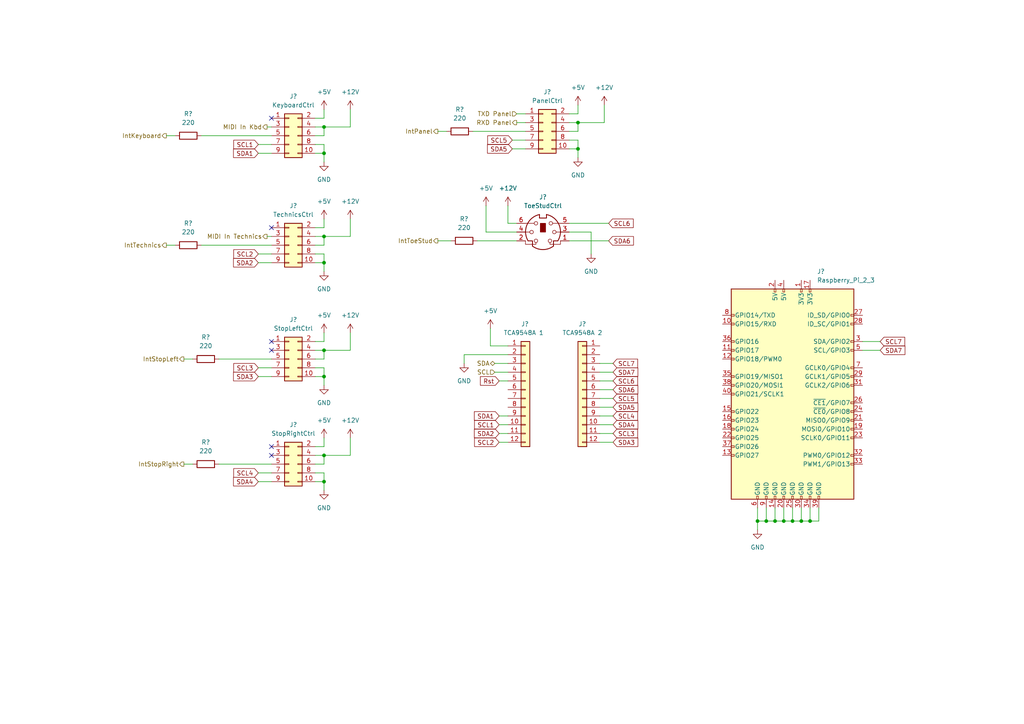
<source format=kicad_sch>
(kicad_sch (version 20211123) (generator eeschema)

  (uuid 16788605-f911-495f-935f-a1ae57982436)

  (paper "A4")

  (lib_symbols
    (symbol "Connector:Mini-DIN-6" (pin_names (offset 1.016)) (in_bom yes) (on_board yes)
      (property "Reference" "J" (id 0) (at 0 6.35 0)
        (effects (font (size 1.27 1.27)))
      )
      (property "Value" "Mini-DIN-6" (id 1) (at 0 -6.35 0)
        (effects (font (size 1.27 1.27)))
      )
      (property "Footprint" "" (id 2) (at 0 0 0)
        (effects (font (size 1.27 1.27)) hide)
      )
      (property "Datasheet" "http://service.powerdynamics.com/ec/Catalog17/Section%2011.pdf" (id 3) (at 0 0 0)
        (effects (font (size 1.27 1.27)) hide)
      )
      (property "ki_keywords" "Mini-DIN" (id 4) (at 0 0 0)
        (effects (font (size 1.27 1.27)) hide)
      )
      (property "ki_description" "6-pin Mini-DIN connector" (id 5) (at 0 0 0)
        (effects (font (size 1.27 1.27)) hide)
      )
      (property "ki_fp_filters" "MINI?DIN*" (id 6) (at 0 0 0)
        (effects (font (size 1.27 1.27)) hide)
      )
      (symbol "Mini-DIN-6_0_1"
        (circle (center -3.302 0) (radius 0.508)
          (stroke (width 0) (type default) (color 0 0 0 0))
          (fill (type none))
        )
        (arc (start -3.048 -4.064) (mid 0 -5.08) (end 3.048 -4.064)
          (stroke (width 0.254) (type default) (color 0 0 0 0))
          (fill (type none))
        )
        (circle (center -2.032 -2.54) (radius 0.508)
          (stroke (width 0) (type default) (color 0 0 0 0))
          (fill (type none))
        )
        (circle (center -2.032 2.54) (radius 0.508)
          (stroke (width 0) (type default) (color 0 0 0 0))
          (fill (type none))
        )
        (arc (start -1.016 5.08) (mid -4.6228 2.1214) (end -4.318 -2.54)
          (stroke (width 0.254) (type default) (color 0 0 0 0))
          (fill (type none))
        )
        (rectangle (start -0.762 2.54) (end 0.762 0)
          (stroke (width 0) (type default) (color 0 0 0 0))
          (fill (type outline))
        )
        (polyline
          (pts
            (xy -3.81 0)
            (xy -5.08 0)
          )
          (stroke (width 0) (type default) (color 0 0 0 0))
          (fill (type none))
        )
        (polyline
          (pts
            (xy -2.54 2.54)
            (xy -5.08 2.54)
          )
          (stroke (width 0) (type default) (color 0 0 0 0))
          (fill (type none))
        )
        (polyline
          (pts
            (xy 2.794 2.54)
            (xy 5.08 2.54)
          )
          (stroke (width 0) (type default) (color 0 0 0 0))
          (fill (type none))
        )
        (polyline
          (pts
            (xy 5.08 0)
            (xy 3.81 0)
          )
          (stroke (width 0) (type default) (color 0 0 0 0))
          (fill (type none))
        )
        (polyline
          (pts
            (xy -4.318 -2.54)
            (xy -3.048 -2.54)
            (xy -3.048 -4.064)
          )
          (stroke (width 0.254) (type default) (color 0 0 0 0))
          (fill (type none))
        )
        (polyline
          (pts
            (xy 4.318 -2.54)
            (xy 3.048 -2.54)
            (xy 3.048 -4.064)
          )
          (stroke (width 0.254) (type default) (color 0 0 0 0))
          (fill (type none))
        )
        (polyline
          (pts
            (xy -2.032 -3.048)
            (xy -2.032 -3.556)
            (xy -5.08 -3.556)
            (xy -5.08 -2.54)
          )
          (stroke (width 0) (type default) (color 0 0 0 0))
          (fill (type none))
        )
        (polyline
          (pts
            (xy -1.016 5.08)
            (xy -1.016 4.064)
            (xy 1.016 4.064)
            (xy 1.016 5.08)
          )
          (stroke (width 0.254) (type default) (color 0 0 0 0))
          (fill (type none))
        )
        (polyline
          (pts
            (xy 2.032 -3.048)
            (xy 2.032 -3.556)
            (xy 5.08 -3.556)
            (xy 5.08 -2.54)
          )
          (stroke (width 0) (type default) (color 0 0 0 0))
          (fill (type none))
        )
        (circle (center 2.032 -2.54) (radius 0.508)
          (stroke (width 0) (type default) (color 0 0 0 0))
          (fill (type none))
        )
        (circle (center 2.286 2.54) (radius 0.508)
          (stroke (width 0) (type default) (color 0 0 0 0))
          (fill (type none))
        )
        (circle (center 3.302 0) (radius 0.508)
          (stroke (width 0) (type default) (color 0 0 0 0))
          (fill (type none))
        )
        (arc (start 4.318 -2.54) (mid 4.6661 2.1322) (end 1.016 5.08)
          (stroke (width 0.254) (type default) (color 0 0 0 0))
          (fill (type none))
        )
      )
      (symbol "Mini-DIN-6_1_1"
        (pin passive line (at 7.62 -2.54 180) (length 2.54)
          (name "~" (effects (font (size 1.27 1.27))))
          (number "1" (effects (font (size 1.27 1.27))))
        )
        (pin passive line (at -7.62 -2.54 0) (length 2.54)
          (name "~" (effects (font (size 1.27 1.27))))
          (number "2" (effects (font (size 1.27 1.27))))
        )
        (pin passive line (at 7.62 0 180) (length 2.54)
          (name "~" (effects (font (size 1.27 1.27))))
          (number "3" (effects (font (size 1.27 1.27))))
        )
        (pin passive line (at -7.62 0 0) (length 2.54)
          (name "~" (effects (font (size 1.27 1.27))))
          (number "4" (effects (font (size 1.27 1.27))))
        )
        (pin passive line (at 7.62 2.54 180) (length 2.54)
          (name "~" (effects (font (size 1.27 1.27))))
          (number "5" (effects (font (size 1.27 1.27))))
        )
        (pin passive line (at -7.62 2.54 0) (length 2.54)
          (name "~" (effects (font (size 1.27 1.27))))
          (number "6" (effects (font (size 1.27 1.27))))
        )
      )
    )
    (symbol "Connector:Raspberry_Pi_2_3" (pin_names (offset 1.016)) (in_bom yes) (on_board yes)
      (property "Reference" "J" (id 0) (at -17.78 31.75 0)
        (effects (font (size 1.27 1.27)) (justify left bottom))
      )
      (property "Value" "Raspberry_Pi_2_3" (id 1) (at 10.16 -31.75 0)
        (effects (font (size 1.27 1.27)) (justify left top))
      )
      (property "Footprint" "" (id 2) (at 0 0 0)
        (effects (font (size 1.27 1.27)) hide)
      )
      (property "Datasheet" "https://www.raspberrypi.org/documentation/hardware/raspberrypi/schematics/rpi_SCH_3bplus_1p0_reduced.pdf" (id 3) (at 0 0 0)
        (effects (font (size 1.27 1.27)) hide)
      )
      (property "ki_keywords" "raspberrypi gpio" (id 4) (at 0 0 0)
        (effects (font (size 1.27 1.27)) hide)
      )
      (property "ki_description" "expansion header for Raspberry Pi 2 & 3" (id 5) (at 0 0 0)
        (effects (font (size 1.27 1.27)) hide)
      )
      (property "ki_fp_filters" "PinHeader*2x20*P2.54mm*Vertical* PinSocket*2x20*P2.54mm*Vertical*" (id 6) (at 0 0 0)
        (effects (font (size 1.27 1.27)) hide)
      )
      (symbol "Raspberry_Pi_2_3_0_1"
        (rectangle (start -17.78 30.48) (end 17.78 -30.48)
          (stroke (width 0.254) (type default) (color 0 0 0 0))
          (fill (type background))
        )
      )
      (symbol "Raspberry_Pi_2_3_1_1"
        (rectangle (start -16.891 -17.526) (end -17.78 -18.034)
          (stroke (width 0) (type default) (color 0 0 0 0))
          (fill (type none))
        )
        (rectangle (start -16.891 -14.986) (end -17.78 -15.494)
          (stroke (width 0) (type default) (color 0 0 0 0))
          (fill (type none))
        )
        (rectangle (start -16.891 -12.446) (end -17.78 -12.954)
          (stroke (width 0) (type default) (color 0 0 0 0))
          (fill (type none))
        )
        (rectangle (start -16.891 -9.906) (end -17.78 -10.414)
          (stroke (width 0) (type default) (color 0 0 0 0))
          (fill (type none))
        )
        (rectangle (start -16.891 -7.366) (end -17.78 -7.874)
          (stroke (width 0) (type default) (color 0 0 0 0))
          (fill (type none))
        )
        (rectangle (start -16.891 -4.826) (end -17.78 -5.334)
          (stroke (width 0) (type default) (color 0 0 0 0))
          (fill (type none))
        )
        (rectangle (start -16.891 0.254) (end -17.78 -0.254)
          (stroke (width 0) (type default) (color 0 0 0 0))
          (fill (type none))
        )
        (rectangle (start -16.891 2.794) (end -17.78 2.286)
          (stroke (width 0) (type default) (color 0 0 0 0))
          (fill (type none))
        )
        (rectangle (start -16.891 5.334) (end -17.78 4.826)
          (stroke (width 0) (type default) (color 0 0 0 0))
          (fill (type none))
        )
        (rectangle (start -16.891 10.414) (end -17.78 9.906)
          (stroke (width 0) (type default) (color 0 0 0 0))
          (fill (type none))
        )
        (rectangle (start -16.891 12.954) (end -17.78 12.446)
          (stroke (width 0) (type default) (color 0 0 0 0))
          (fill (type none))
        )
        (rectangle (start -16.891 15.494) (end -17.78 14.986)
          (stroke (width 0) (type default) (color 0 0 0 0))
          (fill (type none))
        )
        (rectangle (start -16.891 20.574) (end -17.78 20.066)
          (stroke (width 0) (type default) (color 0 0 0 0))
          (fill (type none))
        )
        (rectangle (start -16.891 23.114) (end -17.78 22.606)
          (stroke (width 0) (type default) (color 0 0 0 0))
          (fill (type none))
        )
        (rectangle (start -10.414 -29.591) (end -9.906 -30.48)
          (stroke (width 0) (type default) (color 0 0 0 0))
          (fill (type none))
        )
        (rectangle (start -7.874 -29.591) (end -7.366 -30.48)
          (stroke (width 0) (type default) (color 0 0 0 0))
          (fill (type none))
        )
        (rectangle (start -5.334 -29.591) (end -4.826 -30.48)
          (stroke (width 0) (type default) (color 0 0 0 0))
          (fill (type none))
        )
        (rectangle (start -5.334 30.48) (end -4.826 29.591)
          (stroke (width 0) (type default) (color 0 0 0 0))
          (fill (type none))
        )
        (rectangle (start -2.794 -29.591) (end -2.286 -30.48)
          (stroke (width 0) (type default) (color 0 0 0 0))
          (fill (type none))
        )
        (rectangle (start -2.794 30.48) (end -2.286 29.591)
          (stroke (width 0) (type default) (color 0 0 0 0))
          (fill (type none))
        )
        (rectangle (start -0.254 -29.591) (end 0.254 -30.48)
          (stroke (width 0) (type default) (color 0 0 0 0))
          (fill (type none))
        )
        (rectangle (start 2.286 -29.591) (end 2.794 -30.48)
          (stroke (width 0) (type default) (color 0 0 0 0))
          (fill (type none))
        )
        (rectangle (start 2.286 30.48) (end 2.794 29.591)
          (stroke (width 0) (type default) (color 0 0 0 0))
          (fill (type none))
        )
        (rectangle (start 4.826 -29.591) (end 5.334 -30.48)
          (stroke (width 0) (type default) (color 0 0 0 0))
          (fill (type none))
        )
        (rectangle (start 4.826 30.48) (end 5.334 29.591)
          (stroke (width 0) (type default) (color 0 0 0 0))
          (fill (type none))
        )
        (rectangle (start 7.366 -29.591) (end 7.874 -30.48)
          (stroke (width 0) (type default) (color 0 0 0 0))
          (fill (type none))
        )
        (rectangle (start 17.78 -20.066) (end 16.891 -20.574)
          (stroke (width 0) (type default) (color 0 0 0 0))
          (fill (type none))
        )
        (rectangle (start 17.78 -17.526) (end 16.891 -18.034)
          (stroke (width 0) (type default) (color 0 0 0 0))
          (fill (type none))
        )
        (rectangle (start 17.78 -12.446) (end 16.891 -12.954)
          (stroke (width 0) (type default) (color 0 0 0 0))
          (fill (type none))
        )
        (rectangle (start 17.78 -9.906) (end 16.891 -10.414)
          (stroke (width 0) (type default) (color 0 0 0 0))
          (fill (type none))
        )
        (rectangle (start 17.78 -7.366) (end 16.891 -7.874)
          (stroke (width 0) (type default) (color 0 0 0 0))
          (fill (type none))
        )
        (rectangle (start 17.78 -4.826) (end 16.891 -5.334)
          (stroke (width 0) (type default) (color 0 0 0 0))
          (fill (type none))
        )
        (rectangle (start 17.78 -2.286) (end 16.891 -2.794)
          (stroke (width 0) (type default) (color 0 0 0 0))
          (fill (type none))
        )
        (rectangle (start 17.78 2.794) (end 16.891 2.286)
          (stroke (width 0) (type default) (color 0 0 0 0))
          (fill (type none))
        )
        (rectangle (start 17.78 5.334) (end 16.891 4.826)
          (stroke (width 0) (type default) (color 0 0 0 0))
          (fill (type none))
        )
        (rectangle (start 17.78 7.874) (end 16.891 7.366)
          (stroke (width 0) (type default) (color 0 0 0 0))
          (fill (type none))
        )
        (rectangle (start 17.78 12.954) (end 16.891 12.446)
          (stroke (width 0) (type default) (color 0 0 0 0))
          (fill (type none))
        )
        (rectangle (start 17.78 15.494) (end 16.891 14.986)
          (stroke (width 0) (type default) (color 0 0 0 0))
          (fill (type none))
        )
        (rectangle (start 17.78 20.574) (end 16.891 20.066)
          (stroke (width 0) (type default) (color 0 0 0 0))
          (fill (type none))
        )
        (rectangle (start 17.78 23.114) (end 16.891 22.606)
          (stroke (width 0) (type default) (color 0 0 0 0))
          (fill (type none))
        )
        (pin power_in line (at 2.54 33.02 270) (length 2.54)
          (name "3V3" (effects (font (size 1.27 1.27))))
          (number "1" (effects (font (size 1.27 1.27))))
        )
        (pin bidirectional line (at -20.32 20.32 0) (length 2.54)
          (name "GPIO15/RXD" (effects (font (size 1.27 1.27))))
          (number "10" (effects (font (size 1.27 1.27))))
        )
        (pin bidirectional line (at -20.32 12.7 0) (length 2.54)
          (name "GPIO17" (effects (font (size 1.27 1.27))))
          (number "11" (effects (font (size 1.27 1.27))))
        )
        (pin bidirectional line (at -20.32 10.16 0) (length 2.54)
          (name "GPIO18/PWM0" (effects (font (size 1.27 1.27))))
          (number "12" (effects (font (size 1.27 1.27))))
        )
        (pin bidirectional line (at -20.32 -17.78 0) (length 2.54)
          (name "GPIO27" (effects (font (size 1.27 1.27))))
          (number "13" (effects (font (size 1.27 1.27))))
        )
        (pin power_in line (at -5.08 -33.02 90) (length 2.54)
          (name "GND" (effects (font (size 1.27 1.27))))
          (number "14" (effects (font (size 1.27 1.27))))
        )
        (pin bidirectional line (at -20.32 -5.08 0) (length 2.54)
          (name "GPIO22" (effects (font (size 1.27 1.27))))
          (number "15" (effects (font (size 1.27 1.27))))
        )
        (pin bidirectional line (at -20.32 -7.62 0) (length 2.54)
          (name "GPIO23" (effects (font (size 1.27 1.27))))
          (number "16" (effects (font (size 1.27 1.27))))
        )
        (pin power_in line (at 5.08 33.02 270) (length 2.54)
          (name "3V3" (effects (font (size 1.27 1.27))))
          (number "17" (effects (font (size 1.27 1.27))))
        )
        (pin bidirectional line (at -20.32 -10.16 0) (length 2.54)
          (name "GPIO24" (effects (font (size 1.27 1.27))))
          (number "18" (effects (font (size 1.27 1.27))))
        )
        (pin bidirectional line (at 20.32 -10.16 180) (length 2.54)
          (name "MOSI0/GPIO10" (effects (font (size 1.27 1.27))))
          (number "19" (effects (font (size 1.27 1.27))))
        )
        (pin power_in line (at -5.08 33.02 270) (length 2.54)
          (name "5V" (effects (font (size 1.27 1.27))))
          (number "2" (effects (font (size 1.27 1.27))))
        )
        (pin power_in line (at -2.54 -33.02 90) (length 2.54)
          (name "GND" (effects (font (size 1.27 1.27))))
          (number "20" (effects (font (size 1.27 1.27))))
        )
        (pin bidirectional line (at 20.32 -7.62 180) (length 2.54)
          (name "MISO0/GPIO9" (effects (font (size 1.27 1.27))))
          (number "21" (effects (font (size 1.27 1.27))))
        )
        (pin bidirectional line (at -20.32 -12.7 0) (length 2.54)
          (name "GPIO25" (effects (font (size 1.27 1.27))))
          (number "22" (effects (font (size 1.27 1.27))))
        )
        (pin bidirectional line (at 20.32 -12.7 180) (length 2.54)
          (name "SCLK0/GPIO11" (effects (font (size 1.27 1.27))))
          (number "23" (effects (font (size 1.27 1.27))))
        )
        (pin bidirectional line (at 20.32 -5.08 180) (length 2.54)
          (name "~{CE0}/GPIO8" (effects (font (size 1.27 1.27))))
          (number "24" (effects (font (size 1.27 1.27))))
        )
        (pin power_in line (at 0 -33.02 90) (length 2.54)
          (name "GND" (effects (font (size 1.27 1.27))))
          (number "25" (effects (font (size 1.27 1.27))))
        )
        (pin bidirectional line (at 20.32 -2.54 180) (length 2.54)
          (name "~{CE1}/GPIO7" (effects (font (size 1.27 1.27))))
          (number "26" (effects (font (size 1.27 1.27))))
        )
        (pin bidirectional line (at 20.32 22.86 180) (length 2.54)
          (name "ID_SD/GPIO0" (effects (font (size 1.27 1.27))))
          (number "27" (effects (font (size 1.27 1.27))))
        )
        (pin bidirectional line (at 20.32 20.32 180) (length 2.54)
          (name "ID_SC/GPIO1" (effects (font (size 1.27 1.27))))
          (number "28" (effects (font (size 1.27 1.27))))
        )
        (pin bidirectional line (at 20.32 5.08 180) (length 2.54)
          (name "GCLK1/GPIO5" (effects (font (size 1.27 1.27))))
          (number "29" (effects (font (size 1.27 1.27))))
        )
        (pin bidirectional line (at 20.32 15.24 180) (length 2.54)
          (name "SDA/GPIO2" (effects (font (size 1.27 1.27))))
          (number "3" (effects (font (size 1.27 1.27))))
        )
        (pin power_in line (at 2.54 -33.02 90) (length 2.54)
          (name "GND" (effects (font (size 1.27 1.27))))
          (number "30" (effects (font (size 1.27 1.27))))
        )
        (pin bidirectional line (at 20.32 2.54 180) (length 2.54)
          (name "GCLK2/GPIO6" (effects (font (size 1.27 1.27))))
          (number "31" (effects (font (size 1.27 1.27))))
        )
        (pin bidirectional line (at 20.32 -17.78 180) (length 2.54)
          (name "PWM0/GPIO12" (effects (font (size 1.27 1.27))))
          (number "32" (effects (font (size 1.27 1.27))))
        )
        (pin bidirectional line (at 20.32 -20.32 180) (length 2.54)
          (name "PWM1/GPIO13" (effects (font (size 1.27 1.27))))
          (number "33" (effects (font (size 1.27 1.27))))
        )
        (pin power_in line (at 5.08 -33.02 90) (length 2.54)
          (name "GND" (effects (font (size 1.27 1.27))))
          (number "34" (effects (font (size 1.27 1.27))))
        )
        (pin bidirectional line (at -20.32 5.08 0) (length 2.54)
          (name "GPIO19/MISO1" (effects (font (size 1.27 1.27))))
          (number "35" (effects (font (size 1.27 1.27))))
        )
        (pin bidirectional line (at -20.32 15.24 0) (length 2.54)
          (name "GPIO16" (effects (font (size 1.27 1.27))))
          (number "36" (effects (font (size 1.27 1.27))))
        )
        (pin bidirectional line (at -20.32 -15.24 0) (length 2.54)
          (name "GPIO26" (effects (font (size 1.27 1.27))))
          (number "37" (effects (font (size 1.27 1.27))))
        )
        (pin bidirectional line (at -20.32 2.54 0) (length 2.54)
          (name "GPIO20/MOSI1" (effects (font (size 1.27 1.27))))
          (number "38" (effects (font (size 1.27 1.27))))
        )
        (pin power_in line (at 7.62 -33.02 90) (length 2.54)
          (name "GND" (effects (font (size 1.27 1.27))))
          (number "39" (effects (font (size 1.27 1.27))))
        )
        (pin power_in line (at -2.54 33.02 270) (length 2.54)
          (name "5V" (effects (font (size 1.27 1.27))))
          (number "4" (effects (font (size 1.27 1.27))))
        )
        (pin bidirectional line (at -20.32 0 0) (length 2.54)
          (name "GPIO21/SCLK1" (effects (font (size 1.27 1.27))))
          (number "40" (effects (font (size 1.27 1.27))))
        )
        (pin bidirectional line (at 20.32 12.7 180) (length 2.54)
          (name "SCL/GPIO3" (effects (font (size 1.27 1.27))))
          (number "5" (effects (font (size 1.27 1.27))))
        )
        (pin power_in line (at -10.16 -33.02 90) (length 2.54)
          (name "GND" (effects (font (size 1.27 1.27))))
          (number "6" (effects (font (size 1.27 1.27))))
        )
        (pin bidirectional line (at 20.32 7.62 180) (length 2.54)
          (name "GCLK0/GPIO4" (effects (font (size 1.27 1.27))))
          (number "7" (effects (font (size 1.27 1.27))))
        )
        (pin bidirectional line (at -20.32 22.86 0) (length 2.54)
          (name "GPIO14/TXD" (effects (font (size 1.27 1.27))))
          (number "8" (effects (font (size 1.27 1.27))))
        )
        (pin power_in line (at -7.62 -33.02 90) (length 2.54)
          (name "GND" (effects (font (size 1.27 1.27))))
          (number "9" (effects (font (size 1.27 1.27))))
        )
      )
    )
    (symbol "Connector_Generic:Conn_01x12" (pin_names (offset 1.016) hide) (in_bom yes) (on_board yes)
      (property "Reference" "J" (id 0) (at 0 15.24 0)
        (effects (font (size 1.27 1.27)))
      )
      (property "Value" "Conn_01x12" (id 1) (at 0 -17.78 0)
        (effects (font (size 1.27 1.27)))
      )
      (property "Footprint" "" (id 2) (at 0 0 0)
        (effects (font (size 1.27 1.27)) hide)
      )
      (property "Datasheet" "~" (id 3) (at 0 0 0)
        (effects (font (size 1.27 1.27)) hide)
      )
      (property "ki_keywords" "connector" (id 4) (at 0 0 0)
        (effects (font (size 1.27 1.27)) hide)
      )
      (property "ki_description" "Generic connector, single row, 01x12, script generated (kicad-library-utils/schlib/autogen/connector/)" (id 5) (at 0 0 0)
        (effects (font (size 1.27 1.27)) hide)
      )
      (property "ki_fp_filters" "Connector*:*_1x??_*" (id 6) (at 0 0 0)
        (effects (font (size 1.27 1.27)) hide)
      )
      (symbol "Conn_01x12_1_1"
        (rectangle (start -1.27 -15.113) (end 0 -15.367)
          (stroke (width 0.1524) (type default) (color 0 0 0 0))
          (fill (type none))
        )
        (rectangle (start -1.27 -12.573) (end 0 -12.827)
          (stroke (width 0.1524) (type default) (color 0 0 0 0))
          (fill (type none))
        )
        (rectangle (start -1.27 -10.033) (end 0 -10.287)
          (stroke (width 0.1524) (type default) (color 0 0 0 0))
          (fill (type none))
        )
        (rectangle (start -1.27 -7.493) (end 0 -7.747)
          (stroke (width 0.1524) (type default) (color 0 0 0 0))
          (fill (type none))
        )
        (rectangle (start -1.27 -4.953) (end 0 -5.207)
          (stroke (width 0.1524) (type default) (color 0 0 0 0))
          (fill (type none))
        )
        (rectangle (start -1.27 -2.413) (end 0 -2.667)
          (stroke (width 0.1524) (type default) (color 0 0 0 0))
          (fill (type none))
        )
        (rectangle (start -1.27 0.127) (end 0 -0.127)
          (stroke (width 0.1524) (type default) (color 0 0 0 0))
          (fill (type none))
        )
        (rectangle (start -1.27 2.667) (end 0 2.413)
          (stroke (width 0.1524) (type default) (color 0 0 0 0))
          (fill (type none))
        )
        (rectangle (start -1.27 5.207) (end 0 4.953)
          (stroke (width 0.1524) (type default) (color 0 0 0 0))
          (fill (type none))
        )
        (rectangle (start -1.27 7.747) (end 0 7.493)
          (stroke (width 0.1524) (type default) (color 0 0 0 0))
          (fill (type none))
        )
        (rectangle (start -1.27 10.287) (end 0 10.033)
          (stroke (width 0.1524) (type default) (color 0 0 0 0))
          (fill (type none))
        )
        (rectangle (start -1.27 12.827) (end 0 12.573)
          (stroke (width 0.1524) (type default) (color 0 0 0 0))
          (fill (type none))
        )
        (rectangle (start -1.27 13.97) (end 1.27 -16.51)
          (stroke (width 0.254) (type default) (color 0 0 0 0))
          (fill (type background))
        )
        (pin passive line (at -5.08 12.7 0) (length 3.81)
          (name "Pin_1" (effects (font (size 1.27 1.27))))
          (number "1" (effects (font (size 1.27 1.27))))
        )
        (pin passive line (at -5.08 -10.16 0) (length 3.81)
          (name "Pin_10" (effects (font (size 1.27 1.27))))
          (number "10" (effects (font (size 1.27 1.27))))
        )
        (pin passive line (at -5.08 -12.7 0) (length 3.81)
          (name "Pin_11" (effects (font (size 1.27 1.27))))
          (number "11" (effects (font (size 1.27 1.27))))
        )
        (pin passive line (at -5.08 -15.24 0) (length 3.81)
          (name "Pin_12" (effects (font (size 1.27 1.27))))
          (number "12" (effects (font (size 1.27 1.27))))
        )
        (pin passive line (at -5.08 10.16 0) (length 3.81)
          (name "Pin_2" (effects (font (size 1.27 1.27))))
          (number "2" (effects (font (size 1.27 1.27))))
        )
        (pin passive line (at -5.08 7.62 0) (length 3.81)
          (name "Pin_3" (effects (font (size 1.27 1.27))))
          (number "3" (effects (font (size 1.27 1.27))))
        )
        (pin passive line (at -5.08 5.08 0) (length 3.81)
          (name "Pin_4" (effects (font (size 1.27 1.27))))
          (number "4" (effects (font (size 1.27 1.27))))
        )
        (pin passive line (at -5.08 2.54 0) (length 3.81)
          (name "Pin_5" (effects (font (size 1.27 1.27))))
          (number "5" (effects (font (size 1.27 1.27))))
        )
        (pin passive line (at -5.08 0 0) (length 3.81)
          (name "Pin_6" (effects (font (size 1.27 1.27))))
          (number "6" (effects (font (size 1.27 1.27))))
        )
        (pin passive line (at -5.08 -2.54 0) (length 3.81)
          (name "Pin_7" (effects (font (size 1.27 1.27))))
          (number "7" (effects (font (size 1.27 1.27))))
        )
        (pin passive line (at -5.08 -5.08 0) (length 3.81)
          (name "Pin_8" (effects (font (size 1.27 1.27))))
          (number "8" (effects (font (size 1.27 1.27))))
        )
        (pin passive line (at -5.08 -7.62 0) (length 3.81)
          (name "Pin_9" (effects (font (size 1.27 1.27))))
          (number "9" (effects (font (size 1.27 1.27))))
        )
      )
    )
    (symbol "Connector_Generic:Conn_02x05_Odd_Even" (pin_names (offset 1.016) hide) (in_bom yes) (on_board yes)
      (property "Reference" "J" (id 0) (at 1.27 7.62 0)
        (effects (font (size 1.27 1.27)))
      )
      (property "Value" "Conn_02x05_Odd_Even" (id 1) (at 1.27 -7.62 0)
        (effects (font (size 1.27 1.27)))
      )
      (property "Footprint" "" (id 2) (at 0 0 0)
        (effects (font (size 1.27 1.27)) hide)
      )
      (property "Datasheet" "~" (id 3) (at 0 0 0)
        (effects (font (size 1.27 1.27)) hide)
      )
      (property "ki_keywords" "connector" (id 4) (at 0 0 0)
        (effects (font (size 1.27 1.27)) hide)
      )
      (property "ki_description" "Generic connector, double row, 02x05, odd/even pin numbering scheme (row 1 odd numbers, row 2 even numbers), script generated (kicad-library-utils/schlib/autogen/connector/)" (id 5) (at 0 0 0)
        (effects (font (size 1.27 1.27)) hide)
      )
      (property "ki_fp_filters" "Connector*:*_2x??_*" (id 6) (at 0 0 0)
        (effects (font (size 1.27 1.27)) hide)
      )
      (symbol "Conn_02x05_Odd_Even_1_1"
        (rectangle (start -1.27 -4.953) (end 0 -5.207)
          (stroke (width 0.1524) (type default) (color 0 0 0 0))
          (fill (type none))
        )
        (rectangle (start -1.27 -2.413) (end 0 -2.667)
          (stroke (width 0.1524) (type default) (color 0 0 0 0))
          (fill (type none))
        )
        (rectangle (start -1.27 0.127) (end 0 -0.127)
          (stroke (width 0.1524) (type default) (color 0 0 0 0))
          (fill (type none))
        )
        (rectangle (start -1.27 2.667) (end 0 2.413)
          (stroke (width 0.1524) (type default) (color 0 0 0 0))
          (fill (type none))
        )
        (rectangle (start -1.27 5.207) (end 0 4.953)
          (stroke (width 0.1524) (type default) (color 0 0 0 0))
          (fill (type none))
        )
        (rectangle (start -1.27 6.35) (end 3.81 -6.35)
          (stroke (width 0.254) (type default) (color 0 0 0 0))
          (fill (type background))
        )
        (rectangle (start 3.81 -4.953) (end 2.54 -5.207)
          (stroke (width 0.1524) (type default) (color 0 0 0 0))
          (fill (type none))
        )
        (rectangle (start 3.81 -2.413) (end 2.54 -2.667)
          (stroke (width 0.1524) (type default) (color 0 0 0 0))
          (fill (type none))
        )
        (rectangle (start 3.81 0.127) (end 2.54 -0.127)
          (stroke (width 0.1524) (type default) (color 0 0 0 0))
          (fill (type none))
        )
        (rectangle (start 3.81 2.667) (end 2.54 2.413)
          (stroke (width 0.1524) (type default) (color 0 0 0 0))
          (fill (type none))
        )
        (rectangle (start 3.81 5.207) (end 2.54 4.953)
          (stroke (width 0.1524) (type default) (color 0 0 0 0))
          (fill (type none))
        )
        (pin passive line (at -5.08 5.08 0) (length 3.81)
          (name "Pin_1" (effects (font (size 1.27 1.27))))
          (number "1" (effects (font (size 1.27 1.27))))
        )
        (pin passive line (at 7.62 -5.08 180) (length 3.81)
          (name "Pin_10" (effects (font (size 1.27 1.27))))
          (number "10" (effects (font (size 1.27 1.27))))
        )
        (pin passive line (at 7.62 5.08 180) (length 3.81)
          (name "Pin_2" (effects (font (size 1.27 1.27))))
          (number "2" (effects (font (size 1.27 1.27))))
        )
        (pin passive line (at -5.08 2.54 0) (length 3.81)
          (name "Pin_3" (effects (font (size 1.27 1.27))))
          (number "3" (effects (font (size 1.27 1.27))))
        )
        (pin passive line (at 7.62 2.54 180) (length 3.81)
          (name "Pin_4" (effects (font (size 1.27 1.27))))
          (number "4" (effects (font (size 1.27 1.27))))
        )
        (pin passive line (at -5.08 0 0) (length 3.81)
          (name "Pin_5" (effects (font (size 1.27 1.27))))
          (number "5" (effects (font (size 1.27 1.27))))
        )
        (pin passive line (at 7.62 0 180) (length 3.81)
          (name "Pin_6" (effects (font (size 1.27 1.27))))
          (number "6" (effects (font (size 1.27 1.27))))
        )
        (pin passive line (at -5.08 -2.54 0) (length 3.81)
          (name "Pin_7" (effects (font (size 1.27 1.27))))
          (number "7" (effects (font (size 1.27 1.27))))
        )
        (pin passive line (at 7.62 -2.54 180) (length 3.81)
          (name "Pin_8" (effects (font (size 1.27 1.27))))
          (number "8" (effects (font (size 1.27 1.27))))
        )
        (pin passive line (at -5.08 -5.08 0) (length 3.81)
          (name "Pin_9" (effects (font (size 1.27 1.27))))
          (number "9" (effects (font (size 1.27 1.27))))
        )
      )
    )
    (symbol "Device:R" (pin_numbers hide) (pin_names (offset 0)) (in_bom yes) (on_board yes)
      (property "Reference" "R" (id 0) (at 2.032 0 90)
        (effects (font (size 1.27 1.27)))
      )
      (property "Value" "R" (id 1) (at 0 0 90)
        (effects (font (size 1.27 1.27)))
      )
      (property "Footprint" "" (id 2) (at -1.778 0 90)
        (effects (font (size 1.27 1.27)) hide)
      )
      (property "Datasheet" "~" (id 3) (at 0 0 0)
        (effects (font (size 1.27 1.27)) hide)
      )
      (property "ki_keywords" "R res resistor" (id 4) (at 0 0 0)
        (effects (font (size 1.27 1.27)) hide)
      )
      (property "ki_description" "Resistor" (id 5) (at 0 0 0)
        (effects (font (size 1.27 1.27)) hide)
      )
      (property "ki_fp_filters" "R_*" (id 6) (at 0 0 0)
        (effects (font (size 1.27 1.27)) hide)
      )
      (symbol "R_0_1"
        (rectangle (start -1.016 -2.54) (end 1.016 2.54)
          (stroke (width 0.254) (type default) (color 0 0 0 0))
          (fill (type none))
        )
      )
      (symbol "R_1_1"
        (pin passive line (at 0 3.81 270) (length 1.27)
          (name "~" (effects (font (size 1.27 1.27))))
          (number "1" (effects (font (size 1.27 1.27))))
        )
        (pin passive line (at 0 -3.81 90) (length 1.27)
          (name "~" (effects (font (size 1.27 1.27))))
          (number "2" (effects (font (size 1.27 1.27))))
        )
      )
    )
    (symbol "power:+12V" (power) (pin_names (offset 0)) (in_bom yes) (on_board yes)
      (property "Reference" "#PWR" (id 0) (at 0 -3.81 0)
        (effects (font (size 1.27 1.27)) hide)
      )
      (property "Value" "+12V" (id 1) (at 0 3.556 0)
        (effects (font (size 1.27 1.27)))
      )
      (property "Footprint" "" (id 2) (at 0 0 0)
        (effects (font (size 1.27 1.27)) hide)
      )
      (property "Datasheet" "" (id 3) (at 0 0 0)
        (effects (font (size 1.27 1.27)) hide)
      )
      (property "ki_keywords" "power-flag" (id 4) (at 0 0 0)
        (effects (font (size 1.27 1.27)) hide)
      )
      (property "ki_description" "Power symbol creates a global label with name \"+12V\"" (id 5) (at 0 0 0)
        (effects (font (size 1.27 1.27)) hide)
      )
      (symbol "+12V_0_1"
        (polyline
          (pts
            (xy -0.762 1.27)
            (xy 0 2.54)
          )
          (stroke (width 0) (type default) (color 0 0 0 0))
          (fill (type none))
        )
        (polyline
          (pts
            (xy 0 0)
            (xy 0 2.54)
          )
          (stroke (width 0) (type default) (color 0 0 0 0))
          (fill (type none))
        )
        (polyline
          (pts
            (xy 0 2.54)
            (xy 0.762 1.27)
          )
          (stroke (width 0) (type default) (color 0 0 0 0))
          (fill (type none))
        )
      )
      (symbol "+12V_1_1"
        (pin power_in line (at 0 0 90) (length 0) hide
          (name "+12V" (effects (font (size 1.27 1.27))))
          (number "1" (effects (font (size 1.27 1.27))))
        )
      )
    )
    (symbol "power:+5V" (power) (pin_names (offset 0)) (in_bom yes) (on_board yes)
      (property "Reference" "#PWR" (id 0) (at 0 -3.81 0)
        (effects (font (size 1.27 1.27)) hide)
      )
      (property "Value" "+5V" (id 1) (at 0 3.556 0)
        (effects (font (size 1.27 1.27)))
      )
      (property "Footprint" "" (id 2) (at 0 0 0)
        (effects (font (size 1.27 1.27)) hide)
      )
      (property "Datasheet" "" (id 3) (at 0 0 0)
        (effects (font (size 1.27 1.27)) hide)
      )
      (property "ki_keywords" "power-flag" (id 4) (at 0 0 0)
        (effects (font (size 1.27 1.27)) hide)
      )
      (property "ki_description" "Power symbol creates a global label with name \"+5V\"" (id 5) (at 0 0 0)
        (effects (font (size 1.27 1.27)) hide)
      )
      (symbol "+5V_0_1"
        (polyline
          (pts
            (xy -0.762 1.27)
            (xy 0 2.54)
          )
          (stroke (width 0) (type default) (color 0 0 0 0))
          (fill (type none))
        )
        (polyline
          (pts
            (xy 0 0)
            (xy 0 2.54)
          )
          (stroke (width 0) (type default) (color 0 0 0 0))
          (fill (type none))
        )
        (polyline
          (pts
            (xy 0 2.54)
            (xy 0.762 1.27)
          )
          (stroke (width 0) (type default) (color 0 0 0 0))
          (fill (type none))
        )
      )
      (symbol "+5V_1_1"
        (pin power_in line (at 0 0 90) (length 0) hide
          (name "+5V" (effects (font (size 1.27 1.27))))
          (number "1" (effects (font (size 1.27 1.27))))
        )
      )
    )
    (symbol "power:GND" (power) (pin_names (offset 0)) (in_bom yes) (on_board yes)
      (property "Reference" "#PWR" (id 0) (at 0 -6.35 0)
        (effects (font (size 1.27 1.27)) hide)
      )
      (property "Value" "GND" (id 1) (at 0 -3.81 0)
        (effects (font (size 1.27 1.27)))
      )
      (property "Footprint" "" (id 2) (at 0 0 0)
        (effects (font (size 1.27 1.27)) hide)
      )
      (property "Datasheet" "" (id 3) (at 0 0 0)
        (effects (font (size 1.27 1.27)) hide)
      )
      (property "ki_keywords" "power-flag" (id 4) (at 0 0 0)
        (effects (font (size 1.27 1.27)) hide)
      )
      (property "ki_description" "Power symbol creates a global label with name \"GND\" , ground" (id 5) (at 0 0 0)
        (effects (font (size 1.27 1.27)) hide)
      )
      (symbol "GND_0_1"
        (polyline
          (pts
            (xy 0 0)
            (xy 0 -1.27)
            (xy 1.27 -1.27)
            (xy 0 -2.54)
            (xy -1.27 -1.27)
            (xy 0 -1.27)
          )
          (stroke (width 0) (type default) (color 0 0 0 0))
          (fill (type none))
        )
      )
      (symbol "GND_1_1"
        (pin power_in line (at 0 0 270) (length 0) hide
          (name "GND" (effects (font (size 1.27 1.27))))
          (number "1" (effects (font (size 1.27 1.27))))
        )
      )
    )
  )

  (junction (at 93.98 36.83) (diameter 0) (color 0 0 0 0)
    (uuid 0075cfb2-d101-4b3b-a377-8212e37b1e37)
  )
  (junction (at 93.98 101.6) (diameter 0) (color 0 0 0 0)
    (uuid 013f2efc-e01c-47b9-af55-4e1d0939d918)
  )
  (junction (at 227.33 151.13) (diameter 0) (color 0 0 0 0)
    (uuid 1405afb5-0c38-42bf-a66b-df9cf4c92b86)
  )
  (junction (at 224.79 151.13) (diameter 0) (color 0 0 0 0)
    (uuid 14436d5c-dd53-4b60-b7ae-0614a05870f6)
  )
  (junction (at 222.25 151.13) (diameter 0) (color 0 0 0 0)
    (uuid 1e69664f-ec27-4335-9c82-62dff5c26260)
  )
  (junction (at 93.98 68.58) (diameter 0) (color 0 0 0 0)
    (uuid 3e3392e8-e5d1-4612-a63b-2877330c4177)
  )
  (junction (at 167.64 35.56) (diameter 0) (color 0 0 0 0)
    (uuid 4ff848ff-6505-4436-b4ef-49b3bd4882a0)
  )
  (junction (at 93.98 139.7) (diameter 0) (color 0 0 0 0)
    (uuid 7256db7b-ad70-44f4-bfad-96be7d320f18)
  )
  (junction (at 234.95 151.13) (diameter 0) (color 0 0 0 0)
    (uuid 78a1774d-4785-4a3c-8c27-60dda74cbc7a)
  )
  (junction (at 93.98 44.45) (diameter 0) (color 0 0 0 0)
    (uuid 7fbc131e-ffd7-4244-beee-315c95d79ff1)
  )
  (junction (at 229.87 151.13) (diameter 0) (color 0 0 0 0)
    (uuid 87c772d0-94fb-41d7-858b-c3ff1e8f6d51)
  )
  (junction (at 219.71 151.13) (diameter 0) (color 0 0 0 0)
    (uuid afc9fc49-adca-4937-abf7-249b3f41318c)
  )
  (junction (at 167.64 43.18) (diameter 0) (color 0 0 0 0)
    (uuid c00b7561-84f0-4665-a522-5ee25187eac4)
  )
  (junction (at 93.98 109.22) (diameter 0) (color 0 0 0 0)
    (uuid c8531d52-8d29-4fcb-b1b3-f394c1daf643)
  )
  (junction (at 93.98 76.2) (diameter 0) (color 0 0 0 0)
    (uuid dd72a05c-67ef-4d34-b583-b3aaaa01e087)
  )
  (junction (at 93.98 132.08) (diameter 0) (color 0 0 0 0)
    (uuid f920d0ac-2c6f-49e5-aa3a-0c490903a01d)
  )
  (junction (at 232.41 151.13) (diameter 0) (color 0 0 0 0)
    (uuid fafee0e4-26d9-4feb-98d7-1ec6483323fc)
  )

  (no_connect (at 78.74 34.29) (uuid 2e052625-de1f-4e91-843a-c2d72a5e410c))
  (no_connect (at 78.74 66.04) (uuid 2e052625-de1f-4e91-843a-c2d72a5e410c))
  (no_connect (at 78.74 132.08) (uuid 421957fa-65e9-4776-bec2-acf6957edafd))
  (no_connect (at 78.74 129.54) (uuid 421957fa-65e9-4776-bec2-acf6957edafd))
  (no_connect (at 78.74 101.6) (uuid 421957fa-65e9-4776-bec2-acf6957edafd))
  (no_connect (at 78.74 99.06) (uuid 689f95d4-9199-4bf0-a8ca-25093f73f590))

  (wire (pts (xy 93.98 71.12) (xy 93.98 68.58))
    (stroke (width 0) (type default) (color 0 0 0 0))
    (uuid 00444a36-6424-46b1-bd89-6f060c731b72)
  )
  (wire (pts (xy 77.47 68.58) (xy 78.74 68.58))
    (stroke (width 0) (type default) (color 0 0 0 0))
    (uuid 00807a74-8aa7-4edb-9f83-712f10681edf)
  )
  (wire (pts (xy 53.34 104.14) (xy 55.88 104.14))
    (stroke (width 0) (type default) (color 0 0 0 0))
    (uuid 01b91ec6-f4bb-4349-a26c-18cbb1058dc5)
  )
  (wire (pts (xy 134.62 105.41) (xy 134.62 102.87))
    (stroke (width 0) (type default) (color 0 0 0 0))
    (uuid 025323c5-e973-4745-949c-4467161e10e4)
  )
  (wire (pts (xy 165.1 67.31) (xy 171.45 67.31))
    (stroke (width 0) (type default) (color 0 0 0 0))
    (uuid 02618abb-bb1a-42f5-9d8b-c6ea59a529f4)
  )
  (wire (pts (xy 227.33 147.32) (xy 227.33 151.13))
    (stroke (width 0) (type default) (color 0 0 0 0))
    (uuid 051235fc-6545-4ccf-8dfa-7110d0954bcc)
  )
  (wire (pts (xy 177.8 118.11) (xy 173.99 118.11))
    (stroke (width 0) (type default) (color 0 0 0 0))
    (uuid 06375267-8e73-42b9-879a-9a97c6b4b374)
  )
  (wire (pts (xy 58.42 39.37) (xy 78.74 39.37))
    (stroke (width 0) (type default) (color 0 0 0 0))
    (uuid 0647279e-129d-4f17-9c11-89f801b02614)
  )
  (wire (pts (xy 177.8 128.27) (xy 173.99 128.27))
    (stroke (width 0) (type default) (color 0 0 0 0))
    (uuid 06a50e88-88bb-46ae-9712-055174aa8446)
  )
  (wire (pts (xy 149.86 64.77) (xy 147.32 64.77))
    (stroke (width 0) (type default) (color 0 0 0 0))
    (uuid 07df9b0d-1cc4-40b1-98a5-accb10495395)
  )
  (wire (pts (xy 237.49 151.13) (xy 234.95 151.13))
    (stroke (width 0) (type default) (color 0 0 0 0))
    (uuid 0b058c20-6fc9-4efe-91c3-1100111b7330)
  )
  (wire (pts (xy 91.44 104.14) (xy 93.98 104.14))
    (stroke (width 0) (type default) (color 0 0 0 0))
    (uuid 0b9b8e4a-4082-4c18-a7c8-e08d174f0827)
  )
  (wire (pts (xy 58.42 71.12) (xy 78.74 71.12))
    (stroke (width 0) (type default) (color 0 0 0 0))
    (uuid 0c479d3e-adda-42b6-afcd-f2edce806345)
  )
  (wire (pts (xy 63.5 104.14) (xy 78.74 104.14))
    (stroke (width 0) (type default) (color 0 0 0 0))
    (uuid 0d453f5e-57d5-4755-9557-5e55c38c34eb)
  )
  (wire (pts (xy 255.27 99.06) (xy 250.19 99.06))
    (stroke (width 0) (type default) (color 0 0 0 0))
    (uuid 0d91f4f1-cbec-42c0-b8c0-0adc99366d22)
  )
  (wire (pts (xy 91.44 73.66) (xy 93.98 73.66))
    (stroke (width 0) (type default) (color 0 0 0 0))
    (uuid 0e7053f2-131d-49f1-80db-f5b3d32d70a3)
  )
  (wire (pts (xy 149.86 67.31) (xy 140.97 67.31))
    (stroke (width 0) (type default) (color 0 0 0 0))
    (uuid 0ed2b491-190f-46d5-83b0-98f62e222b25)
  )
  (wire (pts (xy 144.78 123.19) (xy 147.32 123.19))
    (stroke (width 0) (type default) (color 0 0 0 0))
    (uuid 10d2320c-96df-410a-ab6d-29e75fd510a9)
  )
  (wire (pts (xy 177.8 110.49) (xy 173.99 110.49))
    (stroke (width 0) (type default) (color 0 0 0 0))
    (uuid 11e556f7-dd2d-4251-a8c2-108800b2c1d2)
  )
  (wire (pts (xy 177.8 115.57) (xy 173.99 115.57))
    (stroke (width 0) (type default) (color 0 0 0 0))
    (uuid 1324a8f2-6ee0-4955-b437-e438c4565de8)
  )
  (wire (pts (xy 91.44 76.2) (xy 93.98 76.2))
    (stroke (width 0) (type default) (color 0 0 0 0))
    (uuid 14475f7b-3e09-4fb6-bbca-24b6cc242705)
  )
  (wire (pts (xy 91.44 134.62) (xy 93.98 134.62))
    (stroke (width 0) (type default) (color 0 0 0 0))
    (uuid 1c3b7dc4-ebc9-4801-86f7-bb99b29c95b9)
  )
  (wire (pts (xy 143.51 107.95) (xy 147.32 107.95))
    (stroke (width 0) (type default) (color 0 0 0 0))
    (uuid 1c87b7bd-5f0b-4f77-9a31-ec239b58d05a)
  )
  (wire (pts (xy 93.98 76.2) (xy 93.98 78.74))
    (stroke (width 0) (type default) (color 0 0 0 0))
    (uuid 1fc192a0-3f90-4fdc-a809-6e5a5a3e44d3)
  )
  (wire (pts (xy 165.1 38.1) (xy 167.64 38.1))
    (stroke (width 0) (type default) (color 0 0 0 0))
    (uuid 217ae2c1-6e26-4852-894f-3c840c201df2)
  )
  (wire (pts (xy 177.8 105.41) (xy 173.99 105.41))
    (stroke (width 0) (type default) (color 0 0 0 0))
    (uuid 22cea219-6812-40d9-83ab-62fafde52077)
  )
  (wire (pts (xy 134.62 102.87) (xy 147.32 102.87))
    (stroke (width 0) (type default) (color 0 0 0 0))
    (uuid 230edd7e-3df0-4bda-abc3-47cae4820122)
  )
  (wire (pts (xy 140.97 67.31) (xy 140.97 59.69))
    (stroke (width 0) (type default) (color 0 0 0 0))
    (uuid 24ede2f0-e79b-4117-ab12-92fc1f4025d1)
  )
  (wire (pts (xy 93.98 96.52) (xy 93.98 99.06))
    (stroke (width 0) (type default) (color 0 0 0 0))
    (uuid 25a761b5-f8f9-4e9e-8925-03d3a336638d)
  )
  (wire (pts (xy 148.59 40.64) (xy 152.4 40.64))
    (stroke (width 0) (type default) (color 0 0 0 0))
    (uuid 2623d842-0b9a-4e3d-9d8a-d44d812d7b76)
  )
  (wire (pts (xy 234.95 147.32) (xy 234.95 151.13))
    (stroke (width 0) (type default) (color 0 0 0 0))
    (uuid 282e9478-0942-499d-ad54-b7a2509a0cf7)
  )
  (wire (pts (xy 101.6 96.52) (xy 101.6 101.6))
    (stroke (width 0) (type default) (color 0 0 0 0))
    (uuid 283e910f-b14a-447d-a9d2-3c51fdc371fa)
  )
  (wire (pts (xy 177.8 107.95) (xy 173.99 107.95))
    (stroke (width 0) (type default) (color 0 0 0 0))
    (uuid 2db2a5f4-adc7-4cf0-ae2d-60473a3052f9)
  )
  (wire (pts (xy 91.44 109.22) (xy 93.98 109.22))
    (stroke (width 0) (type default) (color 0 0 0 0))
    (uuid 354c48f5-c0a2-463d-a7a8-e3042675b7e2)
  )
  (wire (pts (xy 175.26 30.48) (xy 175.26 35.56))
    (stroke (width 0) (type default) (color 0 0 0 0))
    (uuid 356697aa-25b6-4917-8a76-8df7d8edbb44)
  )
  (wire (pts (xy 91.44 99.06) (xy 93.98 99.06))
    (stroke (width 0) (type default) (color 0 0 0 0))
    (uuid 391efb6f-268a-40ed-916b-563cb08a3557)
  )
  (wire (pts (xy 93.98 132.08) (xy 101.6 132.08))
    (stroke (width 0) (type default) (color 0 0 0 0))
    (uuid 3a3a8ac5-60e8-4bec-82a1-52a36b57a33c)
  )
  (wire (pts (xy 93.98 106.68) (xy 93.98 109.22))
    (stroke (width 0) (type default) (color 0 0 0 0))
    (uuid 3ccb44dc-7270-43d8-9bd3-9285954259cc)
  )
  (wire (pts (xy 91.44 41.91) (xy 93.98 41.91))
    (stroke (width 0) (type default) (color 0 0 0 0))
    (uuid 3d711c4e-2469-4fe0-b465-02def5420eae)
  )
  (wire (pts (xy 77.47 36.83) (xy 78.74 36.83))
    (stroke (width 0) (type default) (color 0 0 0 0))
    (uuid 3d759670-ca9e-4357-88d9-575358bdc1bf)
  )
  (wire (pts (xy 91.44 139.7) (xy 93.98 139.7))
    (stroke (width 0) (type default) (color 0 0 0 0))
    (uuid 4136fe6b-ae1d-4d99-be34-445ba829449c)
  )
  (wire (pts (xy 74.93 41.91) (xy 78.74 41.91))
    (stroke (width 0) (type default) (color 0 0 0 0))
    (uuid 4158a2ea-b24c-443b-aa79-f0d15bf69b27)
  )
  (wire (pts (xy 149.86 33.02) (xy 152.4 33.02))
    (stroke (width 0) (type default) (color 0 0 0 0))
    (uuid 51d66a80-381d-4093-90fe-2219ef72cf96)
  )
  (wire (pts (xy 91.44 39.37) (xy 93.98 39.37))
    (stroke (width 0) (type default) (color 0 0 0 0))
    (uuid 55c72770-cc5d-4be5-995f-abcd5f2b1e1b)
  )
  (wire (pts (xy 147.32 59.69) (xy 147.32 64.77))
    (stroke (width 0) (type default) (color 0 0 0 0))
    (uuid 58cecfab-0be6-4441-a60c-6b45d57c4be3)
  )
  (wire (pts (xy 144.78 125.73) (xy 147.32 125.73))
    (stroke (width 0) (type default) (color 0 0 0 0))
    (uuid 58fc9e89-1245-43e4-8fae-0f3ea17ab9e3)
  )
  (wire (pts (xy 227.33 151.13) (xy 229.87 151.13))
    (stroke (width 0) (type default) (color 0 0 0 0))
    (uuid 595a157e-df57-4ece-bcb8-50d7938156aa)
  )
  (wire (pts (xy 167.64 40.64) (xy 167.64 43.18))
    (stroke (width 0) (type default) (color 0 0 0 0))
    (uuid 5ab449d1-82b0-415d-a387-57bef4defc8c)
  )
  (wire (pts (xy 93.98 36.83) (xy 101.6 36.83))
    (stroke (width 0) (type default) (color 0 0 0 0))
    (uuid 5b5f5251-aaf6-4b26-b204-7dcc3fc90481)
  )
  (wire (pts (xy 74.93 109.22) (xy 78.74 109.22))
    (stroke (width 0) (type default) (color 0 0 0 0))
    (uuid 5d29166e-a376-406c-8d9f-bf48e87aa66f)
  )
  (wire (pts (xy 127 38.1) (xy 129.54 38.1))
    (stroke (width 0) (type default) (color 0 0 0 0))
    (uuid 6182a9c0-60f9-47b8-9533-06c0cf5ca0ef)
  )
  (wire (pts (xy 91.44 44.45) (xy 93.98 44.45))
    (stroke (width 0) (type default) (color 0 0 0 0))
    (uuid 64dbe311-808a-4fda-a6e2-bac5be608273)
  )
  (wire (pts (xy 219.71 147.32) (xy 219.71 151.13))
    (stroke (width 0) (type default) (color 0 0 0 0))
    (uuid 681c3e70-50a3-4d2b-844a-6fb38cf75b3c)
  )
  (wire (pts (xy 93.98 139.7) (xy 93.98 142.24))
    (stroke (width 0) (type default) (color 0 0 0 0))
    (uuid 6864f7fb-30e2-4226-b5d9-ef2f91b41a2c)
  )
  (wire (pts (xy 74.93 106.68) (xy 78.74 106.68))
    (stroke (width 0) (type default) (color 0 0 0 0))
    (uuid 68930ecd-d553-4f8a-a9a5-e920756d8654)
  )
  (wire (pts (xy 167.64 35.56) (xy 175.26 35.56))
    (stroke (width 0) (type default) (color 0 0 0 0))
    (uuid 69b2aaef-7ef1-4dbc-83f7-decbf5cdc24e)
  )
  (wire (pts (xy 93.98 104.14) (xy 93.98 101.6))
    (stroke (width 0) (type default) (color 0 0 0 0))
    (uuid 6a1258c9-e5ee-40b5-ab22-ca1a9461b09b)
  )
  (wire (pts (xy 144.78 120.65) (xy 147.32 120.65))
    (stroke (width 0) (type default) (color 0 0 0 0))
    (uuid 6ac3a9ad-27a7-4c7c-8655-7f7a75a7c032)
  )
  (wire (pts (xy 232.41 147.32) (xy 232.41 151.13))
    (stroke (width 0) (type default) (color 0 0 0 0))
    (uuid 732580f0-5847-4f1d-8c31-1a6ca18755a9)
  )
  (wire (pts (xy 137.16 38.1) (xy 152.4 38.1))
    (stroke (width 0) (type default) (color 0 0 0 0))
    (uuid 73289ba3-0d68-42c0-8581-bda27113e3f0)
  )
  (wire (pts (xy 165.1 35.56) (xy 167.64 35.56))
    (stroke (width 0) (type default) (color 0 0 0 0))
    (uuid 777c442f-51a4-4c39-af1d-e4b549d61e5f)
  )
  (wire (pts (xy 93.98 109.22) (xy 93.98 111.76))
    (stroke (width 0) (type default) (color 0 0 0 0))
    (uuid 7da28ff0-945d-443f-84c6-4f21afd4174e)
  )
  (wire (pts (xy 74.93 139.7) (xy 78.74 139.7))
    (stroke (width 0) (type default) (color 0 0 0 0))
    (uuid 7e6acda3-8b62-47e8-b70d-7661467dfb55)
  )
  (wire (pts (xy 142.24 100.33) (xy 147.32 100.33))
    (stroke (width 0) (type default) (color 0 0 0 0))
    (uuid 7ff3bf51-8a39-4794-adc1-6b37f8106a28)
  )
  (wire (pts (xy 93.98 39.37) (xy 93.98 36.83))
    (stroke (width 0) (type default) (color 0 0 0 0))
    (uuid 8196898b-57ca-4cdb-a4da-43a59d51f57e)
  )
  (wire (pts (xy 177.8 120.65) (xy 173.99 120.65))
    (stroke (width 0) (type default) (color 0 0 0 0))
    (uuid 825f498a-ec29-4ad1-96d5-ff906616a581)
  )
  (wire (pts (xy 144.78 110.49) (xy 147.32 110.49))
    (stroke (width 0) (type default) (color 0 0 0 0))
    (uuid 82f5ad56-203f-462e-8857-ee1a1f33381d)
  )
  (wire (pts (xy 255.27 101.6) (xy 250.19 101.6))
    (stroke (width 0) (type default) (color 0 0 0 0))
    (uuid 83b05cd3-dc62-4f3c-807b-58e6645a7150)
  )
  (wire (pts (xy 74.93 44.45) (xy 78.74 44.45))
    (stroke (width 0) (type default) (color 0 0 0 0))
    (uuid 876e42c5-8750-4090-9399-f33a459f628a)
  )
  (wire (pts (xy 165.1 40.64) (xy 167.64 40.64))
    (stroke (width 0) (type default) (color 0 0 0 0))
    (uuid 8b92564d-0ab3-430d-8f30-da0de1578e0e)
  )
  (wire (pts (xy 171.45 67.31) (xy 171.45 73.66))
    (stroke (width 0) (type default) (color 0 0 0 0))
    (uuid 8b955022-a9ae-4dbb-a1e8-beaba8026770)
  )
  (wire (pts (xy 93.98 41.91) (xy 93.98 44.45))
    (stroke (width 0) (type default) (color 0 0 0 0))
    (uuid 8bb121ba-ef55-4d70-bdd1-a874be95e36a)
  )
  (wire (pts (xy 91.44 34.29) (xy 93.98 34.29))
    (stroke (width 0) (type default) (color 0 0 0 0))
    (uuid 8d46b392-fa7e-4e4a-809e-29e272e99ce9)
  )
  (wire (pts (xy 93.98 127) (xy 93.98 129.54))
    (stroke (width 0) (type default) (color 0 0 0 0))
    (uuid 90f15ccf-7dbb-47eb-88b1-631ac20748c8)
  )
  (wire (pts (xy 229.87 147.32) (xy 229.87 151.13))
    (stroke (width 0) (type default) (color 0 0 0 0))
    (uuid 9118db0c-84a7-4b98-8ec7-84c5c777a9e4)
  )
  (wire (pts (xy 177.8 125.73) (xy 173.99 125.73))
    (stroke (width 0) (type default) (color 0 0 0 0))
    (uuid 9146d48a-9f27-4192-8330-8a0bccb1e908)
  )
  (wire (pts (xy 148.59 43.18) (xy 152.4 43.18))
    (stroke (width 0) (type default) (color 0 0 0 0))
    (uuid 99cfa5a0-8919-4052-b7f9-77f0bc43efd5)
  )
  (wire (pts (xy 91.44 68.58) (xy 93.98 68.58))
    (stroke (width 0) (type default) (color 0 0 0 0))
    (uuid 9d1b4001-a87f-4a3c-88b6-7542dbe3941d)
  )
  (wire (pts (xy 91.44 129.54) (xy 93.98 129.54))
    (stroke (width 0) (type default) (color 0 0 0 0))
    (uuid 9d4a37b3-f266-47cb-b33c-fc47e7327d4d)
  )
  (wire (pts (xy 93.98 63.5) (xy 93.98 66.04))
    (stroke (width 0) (type default) (color 0 0 0 0))
    (uuid a34e9b7e-9009-4a00-8f63-0f30bb296b6b)
  )
  (wire (pts (xy 91.44 101.6) (xy 93.98 101.6))
    (stroke (width 0) (type default) (color 0 0 0 0))
    (uuid a471e3f3-3e93-42aa-8c42-87cfe01e7f32)
  )
  (wire (pts (xy 165.1 69.85) (xy 176.53 69.85))
    (stroke (width 0) (type default) (color 0 0 0 0))
    (uuid a56a642b-ebd3-4cd7-9984-331763f10d52)
  )
  (wire (pts (xy 167.64 38.1) (xy 167.64 35.56))
    (stroke (width 0) (type default) (color 0 0 0 0))
    (uuid ae9a0ae6-4f6a-4d75-8c09-22aa9e3bb40b)
  )
  (wire (pts (xy 143.51 105.41) (xy 147.32 105.41))
    (stroke (width 0) (type default) (color 0 0 0 0))
    (uuid afa4cb55-a30c-438e-b950-e2a1cbcd12a9)
  )
  (wire (pts (xy 93.98 101.6) (xy 101.6 101.6))
    (stroke (width 0) (type default) (color 0 0 0 0))
    (uuid b06c2320-f3a0-4e3b-8bdc-279465bc1517)
  )
  (wire (pts (xy 165.1 33.02) (xy 167.64 33.02))
    (stroke (width 0) (type default) (color 0 0 0 0))
    (uuid b2871f06-8bbc-44de-b889-93f5d408be1c)
  )
  (wire (pts (xy 101.6 31.75) (xy 101.6 36.83))
    (stroke (width 0) (type default) (color 0 0 0 0))
    (uuid b3acf34b-256b-4a38-8a98-7500477ed3c6)
  )
  (wire (pts (xy 219.71 151.13) (xy 222.25 151.13))
    (stroke (width 0) (type default) (color 0 0 0 0))
    (uuid b4dbc9a9-cb33-498f-91f6-9e234c815544)
  )
  (wire (pts (xy 149.86 35.56) (xy 152.4 35.56))
    (stroke (width 0) (type default) (color 0 0 0 0))
    (uuid b7cb3f8e-3c71-47cc-a67d-d595eeb7ac90)
  )
  (wire (pts (xy 93.98 137.16) (xy 93.98 139.7))
    (stroke (width 0) (type default) (color 0 0 0 0))
    (uuid b9ddf92f-0566-4bba-840b-7d9b3e078c3c)
  )
  (wire (pts (xy 127 69.85) (xy 130.81 69.85))
    (stroke (width 0) (type default) (color 0 0 0 0))
    (uuid beb3755a-09c5-4153-b5c6-b874be3a4721)
  )
  (wire (pts (xy 167.64 30.48) (xy 167.64 33.02))
    (stroke (width 0) (type default) (color 0 0 0 0))
    (uuid c0fa5f5a-79b1-4b54-95ea-e3ab47d34efe)
  )
  (wire (pts (xy 165.1 64.77) (xy 176.53 64.77))
    (stroke (width 0) (type default) (color 0 0 0 0))
    (uuid c102dea3-8ed6-4bd8-af34-e12470bed1e6)
  )
  (wire (pts (xy 177.8 123.19) (xy 173.99 123.19))
    (stroke (width 0) (type default) (color 0 0 0 0))
    (uuid c1825765-4d00-435e-958c-e23bd03584aa)
  )
  (wire (pts (xy 93.98 44.45) (xy 93.98 46.99))
    (stroke (width 0) (type default) (color 0 0 0 0))
    (uuid c21b8a5e-7890-461e-bf55-18e673c99838)
  )
  (wire (pts (xy 224.79 147.32) (xy 224.79 151.13))
    (stroke (width 0) (type default) (color 0 0 0 0))
    (uuid c55f46c2-8bea-495e-9efa-99c6111f0752)
  )
  (wire (pts (xy 219.71 151.13) (xy 219.71 153.67))
    (stroke (width 0) (type default) (color 0 0 0 0))
    (uuid cacec747-90e5-418e-b95d-0fb3a89121ea)
  )
  (wire (pts (xy 224.79 151.13) (xy 227.33 151.13))
    (stroke (width 0) (type default) (color 0 0 0 0))
    (uuid cc712406-662c-418f-8c57-dbf32fbe3aa4)
  )
  (wire (pts (xy 232.41 151.13) (xy 234.95 151.13))
    (stroke (width 0) (type default) (color 0 0 0 0))
    (uuid cd4bc2c0-e1a5-46d4-9c33-2dfd481c967d)
  )
  (wire (pts (xy 101.6 127) (xy 101.6 132.08))
    (stroke (width 0) (type default) (color 0 0 0 0))
    (uuid ce90b25d-bf54-43f1-b9ed-78052a0db2f6)
  )
  (wire (pts (xy 91.44 106.68) (xy 93.98 106.68))
    (stroke (width 0) (type default) (color 0 0 0 0))
    (uuid d0d81e3a-e24d-4c99-af7c-8fdfee4ecbbd)
  )
  (wire (pts (xy 165.1 43.18) (xy 167.64 43.18))
    (stroke (width 0) (type default) (color 0 0 0 0))
    (uuid d3534597-293c-43dc-abde-479474709fc3)
  )
  (wire (pts (xy 177.8 113.03) (xy 173.99 113.03))
    (stroke (width 0) (type default) (color 0 0 0 0))
    (uuid d4db963e-e01c-4e17-810d-515f4f02ce51)
  )
  (wire (pts (xy 74.93 137.16) (xy 78.74 137.16))
    (stroke (width 0) (type default) (color 0 0 0 0))
    (uuid d6764932-68a0-4add-bf73-338e641ca991)
  )
  (wire (pts (xy 167.64 43.18) (xy 167.64 45.72))
    (stroke (width 0) (type default) (color 0 0 0 0))
    (uuid da3c23af-bd7f-4aab-a9e9-081946547a2c)
  )
  (wire (pts (xy 74.93 76.2) (xy 78.74 76.2))
    (stroke (width 0) (type default) (color 0 0 0 0))
    (uuid dd0d9b25-28e9-4ee6-9646-67d2f4582d58)
  )
  (wire (pts (xy 237.49 147.32) (xy 237.49 151.13))
    (stroke (width 0) (type default) (color 0 0 0 0))
    (uuid dd12302b-3f63-47f9-b75a-647e42799367)
  )
  (wire (pts (xy 53.34 134.62) (xy 55.88 134.62))
    (stroke (width 0) (type default) (color 0 0 0 0))
    (uuid dd1bbfd3-7de9-417f-8f03-c8e407bef78f)
  )
  (wire (pts (xy 222.25 151.13) (xy 224.79 151.13))
    (stroke (width 0) (type default) (color 0 0 0 0))
    (uuid e01400bd-63fb-461a-977f-6bc120a58139)
  )
  (wire (pts (xy 74.93 73.66) (xy 78.74 73.66))
    (stroke (width 0) (type default) (color 0 0 0 0))
    (uuid e43f3155-a25d-441e-b8fd-157fd28266c1)
  )
  (wire (pts (xy 91.44 132.08) (xy 93.98 132.08))
    (stroke (width 0) (type default) (color 0 0 0 0))
    (uuid e65f4b52-9906-4ef9-8bcf-77853add65cd)
  )
  (wire (pts (xy 93.98 31.75) (xy 93.98 34.29))
    (stroke (width 0) (type default) (color 0 0 0 0))
    (uuid e7b19daf-a606-42b8-8fd0-a5e9b7857f86)
  )
  (wire (pts (xy 91.44 137.16) (xy 93.98 137.16))
    (stroke (width 0) (type default) (color 0 0 0 0))
    (uuid e7de4eea-cb9c-4cd2-999b-ddf985ee4721)
  )
  (wire (pts (xy 142.24 95.25) (xy 142.24 100.33))
    (stroke (width 0) (type default) (color 0 0 0 0))
    (uuid e84e34c8-f0fe-4f95-87a4-5b7a8379c002)
  )
  (wire (pts (xy 144.78 128.27) (xy 147.32 128.27))
    (stroke (width 0) (type default) (color 0 0 0 0))
    (uuid e87cce2e-3a4a-4265-b65b-577f13dd3666)
  )
  (wire (pts (xy 91.44 71.12) (xy 93.98 71.12))
    (stroke (width 0) (type default) (color 0 0 0 0))
    (uuid e9517f03-e4eb-45a4-9bf3-15779fc5635a)
  )
  (wire (pts (xy 63.5 134.62) (xy 78.74 134.62))
    (stroke (width 0) (type default) (color 0 0 0 0))
    (uuid ea4d3d04-416b-416c-9ffd-815bbbd9b1c5)
  )
  (wire (pts (xy 91.44 36.83) (xy 93.98 36.83))
    (stroke (width 0) (type default) (color 0 0 0 0))
    (uuid eadec1e2-9b09-4b1f-a618-b66d8356cbc8)
  )
  (wire (pts (xy 101.6 63.5) (xy 101.6 68.58))
    (stroke (width 0) (type default) (color 0 0 0 0))
    (uuid eb06ef52-46df-4c50-85cc-168cb8ec384a)
  )
  (wire (pts (xy 93.98 68.58) (xy 101.6 68.58))
    (stroke (width 0) (type default) (color 0 0 0 0))
    (uuid ee738bd2-a1be-458f-b862-91d80dc200c4)
  )
  (wire (pts (xy 229.87 151.13) (xy 232.41 151.13))
    (stroke (width 0) (type default) (color 0 0 0 0))
    (uuid f0c7e0c2-a396-4292-bf27-242c9c738e01)
  )
  (wire (pts (xy 222.25 147.32) (xy 222.25 151.13))
    (stroke (width 0) (type default) (color 0 0 0 0))
    (uuid f0d909a8-0f0a-4096-8cd8-dc177a7db97c)
  )
  (wire (pts (xy 93.98 134.62) (xy 93.98 132.08))
    (stroke (width 0) (type default) (color 0 0 0 0))
    (uuid f54c7525-ff75-4cb6-92a4-c70abfa1d4a3)
  )
  (wire (pts (xy 48.26 71.12) (xy 50.8 71.12))
    (stroke (width 0) (type default) (color 0 0 0 0))
    (uuid fa2051ef-86ae-4d95-b192-270a735cefee)
  )
  (wire (pts (xy 91.44 66.04) (xy 93.98 66.04))
    (stroke (width 0) (type default) (color 0 0 0 0))
    (uuid fb00d7fc-7163-41f6-b531-078397ba3aec)
  )
  (wire (pts (xy 138.43 69.85) (xy 149.86 69.85))
    (stroke (width 0) (type default) (color 0 0 0 0))
    (uuid fb781e5f-a2a1-41f6-999b-35dd698f00e0)
  )
  (wire (pts (xy 93.98 73.66) (xy 93.98 76.2))
    (stroke (width 0) (type default) (color 0 0 0 0))
    (uuid fd5396e8-c57b-438f-bab3-9b820b57c522)
  )
  (wire (pts (xy 48.26 39.37) (xy 50.8 39.37))
    (stroke (width 0) (type default) (color 0 0 0 0))
    (uuid ff078d10-f0e0-4674-8de2-77b9acf580a0)
  )

  (global_label "SDA3" (shape input) (at 177.8 128.27 0) (fields_autoplaced)
    (effects (font (size 1.27 1.27)) (justify left))
    (uuid 0072d73e-a755-40e4-8d1a-881dee3c9e4c)
    (property "Intersheet References" "${INTERSHEET_REFS}" (id 0) (at 184.9907 128.1906 0)
      (effects (font (size 1.27 1.27)) (justify left) hide)
    )
  )
  (global_label "SDA5" (shape input) (at 177.8 118.11 0) (fields_autoplaced)
    (effects (font (size 1.27 1.27)) (justify left))
    (uuid 0948b6cb-f775-4a02-bef0-b161e289de75)
    (property "Intersheet References" "${INTERSHEET_REFS}" (id 0) (at 184.9907 118.0306 0)
      (effects (font (size 1.27 1.27)) (justify left) hide)
    )
  )
  (global_label "SCL6" (shape input) (at 176.53 64.77 0) (fields_autoplaced)
    (effects (font (size 1.27 1.27)) (justify left))
    (uuid 09fc2e1d-57fb-4335-8076-54a75fbf4315)
    (property "Intersheet References" "${INTERSHEET_REFS}" (id 0) (at 183.6602 64.6906 0)
      (effects (font (size 1.27 1.27)) (justify left) hide)
    )
  )
  (global_label "Rst" (shape input) (at 144.78 110.49 180) (fields_autoplaced)
    (effects (font (size 1.27 1.27)) (justify right))
    (uuid 3096d589-2bc3-42a8-a0e4-7a8b347ff283)
    (property "Intersheet References" "${INTERSHEET_REFS}" (id 0) (at 139.3431 110.4106 0)
      (effects (font (size 1.27 1.27)) (justify right) hide)
    )
  )
  (global_label "SDA6" (shape input) (at 176.53 69.85 0) (fields_autoplaced)
    (effects (font (size 1.27 1.27)) (justify left))
    (uuid 3d67fc0e-ef60-49ef-9d63-85d99596d52e)
    (property "Intersheet References" "${INTERSHEET_REFS}" (id 0) (at 183.7207 69.7706 0)
      (effects (font (size 1.27 1.27)) (justify left) hide)
    )
  )
  (global_label "SDA6" (shape input) (at 177.8 113.03 0) (fields_autoplaced)
    (effects (font (size 1.27 1.27)) (justify left))
    (uuid 3df44707-a3b1-41fa-9cb8-ec455bb70132)
    (property "Intersheet References" "${INTERSHEET_REFS}" (id 0) (at 184.9907 112.9506 0)
      (effects (font (size 1.27 1.27)) (justify left) hide)
    )
  )
  (global_label "SCL7" (shape input) (at 255.27 99.06 0) (fields_autoplaced)
    (effects (font (size 1.27 1.27)) (justify left))
    (uuid 6cd39993-97f5-4d6e-b847-84f892a01988)
    (property "Intersheet References" "${INTERSHEET_REFS}" (id 0) (at 262.4002 98.9806 0)
      (effects (font (size 1.27 1.27)) (justify left) hide)
    )
  )
  (global_label "SCL3" (shape input) (at 177.8 125.73 0) (fields_autoplaced)
    (effects (font (size 1.27 1.27)) (justify left))
    (uuid 7d9b18cb-dabb-4e05-ad6c-fc88538b9065)
    (property "Intersheet References" "${INTERSHEET_REFS}" (id 0) (at 184.9302 125.6506 0)
      (effects (font (size 1.27 1.27)) (justify left) hide)
    )
  )
  (global_label "SCL3" (shape input) (at 74.93 106.68 180) (fields_autoplaced)
    (effects (font (size 1.27 1.27)) (justify right))
    (uuid 84217734-5e07-4bc2-b6bf-2f2c9a2444fd)
    (property "Intersheet References" "${INTERSHEET_REFS}" (id 0) (at 67.7998 106.6006 0)
      (effects (font (size 1.27 1.27)) (justify right) hide)
    )
  )
  (global_label "SDA2" (shape input) (at 144.78 125.73 180) (fields_autoplaced)
    (effects (font (size 1.27 1.27)) (justify right))
    (uuid 91c548b3-76ff-4811-898e-5524de382551)
    (property "Intersheet References" "${INTERSHEET_REFS}" (id 0) (at 137.5893 125.6506 0)
      (effects (font (size 1.27 1.27)) (justify right) hide)
    )
  )
  (global_label "SDA7" (shape input) (at 177.8 107.95 0) (fields_autoplaced)
    (effects (font (size 1.27 1.27)) (justify left))
    (uuid 933f2dd7-6104-4ffb-a9ae-7840db8ec110)
    (property "Intersheet References" "${INTERSHEET_REFS}" (id 0) (at 184.9907 107.8706 0)
      (effects (font (size 1.27 1.27)) (justify left) hide)
    )
  )
  (global_label "SCL4" (shape input) (at 177.8 120.65 0) (fields_autoplaced)
    (effects (font (size 1.27 1.27)) (justify left))
    (uuid 96122473-dd27-4ce6-ade0-f60906cf4abf)
    (property "Intersheet References" "${INTERSHEET_REFS}" (id 0) (at 184.9302 120.5706 0)
      (effects (font (size 1.27 1.27)) (justify left) hide)
    )
  )
  (global_label "SDA4" (shape input) (at 74.93 139.7 180) (fields_autoplaced)
    (effects (font (size 1.27 1.27)) (justify right))
    (uuid 96229ced-31fb-448d-bb18-337bff902b47)
    (property "Intersheet References" "${INTERSHEET_REFS}" (id 0) (at 67.7393 139.6206 0)
      (effects (font (size 1.27 1.27)) (justify right) hide)
    )
  )
  (global_label "SDA7" (shape input) (at 255.27 101.6 0) (fields_autoplaced)
    (effects (font (size 1.27 1.27)) (justify left))
    (uuid 977500dd-5809-46a8-9aa3-1bec693c57b4)
    (property "Intersheet References" "${INTERSHEET_REFS}" (id 0) (at 262.4607 101.5206 0)
      (effects (font (size 1.27 1.27)) (justify left) hide)
    )
  )
  (global_label "SCL1" (shape input) (at 144.78 123.19 180) (fields_autoplaced)
    (effects (font (size 1.27 1.27)) (justify right))
    (uuid 97d815cf-4e5f-4ee4-9517-3f06c034a807)
    (property "Intersheet References" "${INTERSHEET_REFS}" (id 0) (at 137.6498 123.1106 0)
      (effects (font (size 1.27 1.27)) (justify right) hide)
    )
  )
  (global_label "SCL2" (shape input) (at 144.78 128.27 180) (fields_autoplaced)
    (effects (font (size 1.27 1.27)) (justify right))
    (uuid 9a7c56d4-e969-45f9-aca1-d45c7a455d89)
    (property "Intersheet References" "${INTERSHEET_REFS}" (id 0) (at 137.6498 128.1906 0)
      (effects (font (size 1.27 1.27)) (justify right) hide)
    )
  )
  (global_label "SDA4" (shape input) (at 177.8 123.19 0) (fields_autoplaced)
    (effects (font (size 1.27 1.27)) (justify left))
    (uuid a2b9891e-c6a9-4333-85e9-4a0a86a50a25)
    (property "Intersheet References" "${INTERSHEET_REFS}" (id 0) (at 184.9907 123.1106 0)
      (effects (font (size 1.27 1.27)) (justify left) hide)
    )
  )
  (global_label "SCL5" (shape input) (at 148.59 40.64 180) (fields_autoplaced)
    (effects (font (size 1.27 1.27)) (justify right))
    (uuid a3d0f915-cb1e-4315-ba66-e60a5fdb2d0d)
    (property "Intersheet References" "${INTERSHEET_REFS}" (id 0) (at 141.4598 40.5606 0)
      (effects (font (size 1.27 1.27)) (justify right) hide)
    )
  )
  (global_label "SCL4" (shape input) (at 74.93 137.16 180) (fields_autoplaced)
    (effects (font (size 1.27 1.27)) (justify right))
    (uuid a6704ca7-08aa-4cde-9cd9-f7af843e26be)
    (property "Intersheet References" "${INTERSHEET_REFS}" (id 0) (at 67.7998 137.0806 0)
      (effects (font (size 1.27 1.27)) (justify right) hide)
    )
  )
  (global_label "SCL5" (shape input) (at 177.8 115.57 0) (fields_autoplaced)
    (effects (font (size 1.27 1.27)) (justify left))
    (uuid ac04fcab-9ce2-442a-bb21-0214c05089f0)
    (property "Intersheet References" "${INTERSHEET_REFS}" (id 0) (at 184.9302 115.4906 0)
      (effects (font (size 1.27 1.27)) (justify left) hide)
    )
  )
  (global_label "SDA1" (shape input) (at 144.78 120.65 180) (fields_autoplaced)
    (effects (font (size 1.27 1.27)) (justify right))
    (uuid b87da173-64fb-4694-a023-2facd0cd6eb3)
    (property "Intersheet References" "${INTERSHEET_REFS}" (id 0) (at 137.5893 120.5706 0)
      (effects (font (size 1.27 1.27)) (justify right) hide)
    )
  )
  (global_label "SCL2" (shape input) (at 74.93 73.66 180) (fields_autoplaced)
    (effects (font (size 1.27 1.27)) (justify right))
    (uuid bef95477-ca4a-4254-b4d3-e1f69c1d5c5b)
    (property "Intersheet References" "${INTERSHEET_REFS}" (id 0) (at 67.7998 73.5806 0)
      (effects (font (size 1.27 1.27)) (justify right) hide)
    )
  )
  (global_label "SCL1" (shape input) (at 74.93 41.91 180) (fields_autoplaced)
    (effects (font (size 1.27 1.27)) (justify right))
    (uuid c469fc49-a4f2-438a-aa2f-30223bc8e2d0)
    (property "Intersheet References" "${INTERSHEET_REFS}" (id 0) (at 67.7998 41.8306 0)
      (effects (font (size 1.27 1.27)) (justify right) hide)
    )
  )
  (global_label "SCL7" (shape input) (at 177.8 105.41 0) (fields_autoplaced)
    (effects (font (size 1.27 1.27)) (justify left))
    (uuid c93dbcac-adeb-43a8-83cf-89c43d652775)
    (property "Intersheet References" "${INTERSHEET_REFS}" (id 0) (at 184.9302 105.3306 0)
      (effects (font (size 1.27 1.27)) (justify left) hide)
    )
  )
  (global_label "SDA1" (shape input) (at 74.93 44.45 180) (fields_autoplaced)
    (effects (font (size 1.27 1.27)) (justify right))
    (uuid ef6329b0-9b71-4e65-bbec-617605e49f5f)
    (property "Intersheet References" "${INTERSHEET_REFS}" (id 0) (at 67.7393 44.3706 0)
      (effects (font (size 1.27 1.27)) (justify right) hide)
    )
  )
  (global_label "SDA2" (shape input) (at 74.93 76.2 180) (fields_autoplaced)
    (effects (font (size 1.27 1.27)) (justify right))
    (uuid f44e6bba-7189-4365-9994-4325fe05fdc7)
    (property "Intersheet References" "${INTERSHEET_REFS}" (id 0) (at 67.7393 76.1206 0)
      (effects (font (size 1.27 1.27)) (justify right) hide)
    )
  )
  (global_label "SCL6" (shape input) (at 177.8 110.49 0) (fields_autoplaced)
    (effects (font (size 1.27 1.27)) (justify left))
    (uuid f4781b60-90ab-4f92-a814-9540e24e3af9)
    (property "Intersheet References" "${INTERSHEET_REFS}" (id 0) (at 184.9302 110.4106 0)
      (effects (font (size 1.27 1.27)) (justify left) hide)
    )
  )
  (global_label "SDA5" (shape input) (at 148.59 43.18 180) (fields_autoplaced)
    (effects (font (size 1.27 1.27)) (justify right))
    (uuid f9a07283-0a0c-4730-9f68-0a7b26660215)
    (property "Intersheet References" "${INTERSHEET_REFS}" (id 0) (at 141.3993 43.1006 0)
      (effects (font (size 1.27 1.27)) (justify right) hide)
    )
  )
  (global_label "SDA3" (shape input) (at 74.93 109.22 180) (fields_autoplaced)
    (effects (font (size 1.27 1.27)) (justify right))
    (uuid fbbb377a-56ba-441f-a208-f4f4071791a5)
    (property "Intersheet References" "${INTERSHEET_REFS}" (id 0) (at 67.7393 109.1406 0)
      (effects (font (size 1.27 1.27)) (justify right) hide)
    )
  )

  (hierarchical_label "RXD Panel" (shape output) (at 149.86 35.56 180)
    (effects (font (size 1.27 1.27)) (justify right))
    (uuid 0127a6d2-7e55-433d-a6fd-483c2212e28b)
  )
  (hierarchical_label "MIDI In Technics" (shape output) (at 77.47 68.58 180)
    (effects (font (size 1.27 1.27)) (justify right))
    (uuid 0b441e10-fadb-459f-a1ae-828fd30854de)
  )
  (hierarchical_label "MIDI In Kbd" (shape output) (at 77.47 36.83 180)
    (effects (font (size 1.27 1.27)) (justify right))
    (uuid 11697264-3d57-4f53-9c11-aa6948e6c5a9)
  )
  (hierarchical_label "IntTechnics" (shape output) (at 48.26 71.12 180)
    (effects (font (size 1.27 1.27)) (justify right))
    (uuid 17c536dd-0115-4d01-b757-e43168d797fa)
  )
  (hierarchical_label "SCL" (shape input) (at 143.51 107.95 180)
    (effects (font (size 1.27 1.27)) (justify right))
    (uuid 1b677aff-6d64-496c-b262-b7eee55836d0)
  )
  (hierarchical_label "IntToeStud" (shape output) (at 127 69.85 180)
    (effects (font (size 1.27 1.27)) (justify right))
    (uuid 2dd80c82-dcd1-4b81-8c81-047457fb6819)
  )
  (hierarchical_label "IntStopRight" (shape output) (at 53.34 134.62 180)
    (effects (font (size 1.27 1.27)) (justify right))
    (uuid 4f15fd4c-21f3-4d2a-b45e-e8f966aae3b4)
  )
  (hierarchical_label "IntPanel" (shape output) (at 127 38.1 180)
    (effects (font (size 1.27 1.27)) (justify right))
    (uuid 5eac8568-c574-42c8-85cf-9f8f5c9a9fe7)
  )
  (hierarchical_label "IntStopLeft" (shape output) (at 53.34 104.14 180)
    (effects (font (size 1.27 1.27)) (justify right))
    (uuid 67c7e4c3-e40f-4e7e-994a-235a9262b562)
  )
  (hierarchical_label "TXD Panel" (shape input) (at 149.86 33.02 180)
    (effects (font (size 1.27 1.27)) (justify right))
    (uuid d0475612-3058-49d5-9c4c-9ca89b6e8ba4)
  )
  (hierarchical_label "IntKeyboard" (shape output) (at 48.26 39.37 180)
    (effects (font (size 1.27 1.27)) (justify right))
    (uuid d9417cf9-3602-4f43-97fb-cb86e899acb0)
  )
  (hierarchical_label "SDA" (shape bidirectional) (at 143.51 105.41 180)
    (effects (font (size 1.27 1.27)) (justify right))
    (uuid e4c4be61-ea47-428d-992a-aa3a2eebbf99)
  )

  (symbol (lib_id "Connector_Generic:Conn_02x05_Odd_Even") (at 157.48 38.1 0) (unit 1)
    (in_bom yes) (on_board yes)
    (uuid 08482011-dcb6-4276-b961-f51fe006a76d)
    (property "Reference" "J?" (id 0) (at 158.75 26.67 0))
    (property "Value" "PanelCtrl" (id 1) (at 158.75 29.21 0))
    (property "Footprint" "Connector_IDC:IDC-Header_2x05_P2.54mm_Vertical" (id 2) (at 157.48 38.1 0)
      (effects (font (size 1.27 1.27)) hide)
    )
    (property "Datasheet" "~" (id 3) (at 157.48 38.1 0)
      (effects (font (size 1.27 1.27)) hide)
    )
    (pin "1" (uuid 422c3719-3247-49bc-851d-02f9abed1d6d))
    (pin "10" (uuid 23ca13b0-03e9-4c6e-8b67-09fc410f703a))
    (pin "2" (uuid 4e7c57e2-a723-411c-9e20-ab4c4be21e17))
    (pin "3" (uuid 4a50f7fd-e7f4-4440-8826-0a8415f08ae9))
    (pin "4" (uuid 80a7c7a3-3ff8-47bc-b33c-7941afcda6bd))
    (pin "5" (uuid 8f2f7577-e5a9-410c-972c-b7e39dd4692b))
    (pin "6" (uuid 13c41460-15e8-4cb7-a58c-87841a01290e))
    (pin "7" (uuid ed9edd67-a9a4-4a5e-83dd-398d004a2dae))
    (pin "8" (uuid 5b491e56-53ce-44a2-9655-cd11cb11980c))
    (pin "9" (uuid 7ba6b369-2a48-4b19-b745-5eb59b8c7cbf))
  )

  (symbol (lib_id "power:+5V") (at 93.98 127 0) (unit 1)
    (in_bom yes) (on_board yes) (fields_autoplaced)
    (uuid 1d4494c5-d360-43a9-9119-74a1a1d3f037)
    (property "Reference" "#PWR?" (id 0) (at 93.98 130.81 0)
      (effects (font (size 1.27 1.27)) hide)
    )
    (property "Value" "+5V" (id 1) (at 93.98 121.92 0))
    (property "Footprint" "" (id 2) (at 93.98 127 0)
      (effects (font (size 1.27 1.27)) hide)
    )
    (property "Datasheet" "" (id 3) (at 93.98 127 0)
      (effects (font (size 1.27 1.27)) hide)
    )
    (pin "1" (uuid 9e587dc2-985f-4200-a739-3bc333696989))
  )

  (symbol (lib_id "power:+5V") (at 142.24 95.25 0) (unit 1)
    (in_bom yes) (on_board yes) (fields_autoplaced)
    (uuid 1de22597-2c17-4e20-bc4c-87d5d9158db3)
    (property "Reference" "#PWR?" (id 0) (at 142.24 99.06 0)
      (effects (font (size 1.27 1.27)) hide)
    )
    (property "Value" "+5V" (id 1) (at 142.24 90.17 0))
    (property "Footprint" "" (id 2) (at 142.24 95.25 0)
      (effects (font (size 1.27 1.27)) hide)
    )
    (property "Datasheet" "" (id 3) (at 142.24 95.25 0)
      (effects (font (size 1.27 1.27)) hide)
    )
    (pin "1" (uuid 80a2398d-bcdd-44a7-a85e-49e9b06fcb98))
  )

  (symbol (lib_id "Device:R") (at 54.61 39.37 90) (unit 1)
    (in_bom yes) (on_board yes) (fields_autoplaced)
    (uuid 200b35db-c452-4483-86e1-6be6f9fa7d71)
    (property "Reference" "R?" (id 0) (at 54.61 33.02 90))
    (property "Value" "220" (id 1) (at 54.61 35.56 90))
    (property "Footprint" "Resistor_THT:R_Axial_DIN0204_L3.6mm_D1.6mm_P2.54mm_Vertical" (id 2) (at 54.61 41.148 90)
      (effects (font (size 1.27 1.27)) hide)
    )
    (property "Datasheet" "~" (id 3) (at 54.61 39.37 0)
      (effects (font (size 1.27 1.27)) hide)
    )
    (pin "1" (uuid 9adabf45-1b02-432a-b76f-dae9451a7e27))
    (pin "2" (uuid e5d67d14-17fe-4770-8bdf-23f76a890387))
  )

  (symbol (lib_id "power:GND") (at 219.71 153.67 0) (unit 1)
    (in_bom yes) (on_board yes) (fields_autoplaced)
    (uuid 21b796a6-edb4-4fab-9d66-eebc771927e1)
    (property "Reference" "#PWR?" (id 0) (at 219.71 160.02 0)
      (effects (font (size 1.27 1.27)) hide)
    )
    (property "Value" "GND" (id 1) (at 219.71 158.75 0))
    (property "Footprint" "" (id 2) (at 219.71 153.67 0)
      (effects (font (size 1.27 1.27)) hide)
    )
    (property "Datasheet" "" (id 3) (at 219.71 153.67 0)
      (effects (font (size 1.27 1.27)) hide)
    )
    (pin "1" (uuid 7f2164ce-f07b-4c35-9e61-77298ed4b355))
  )

  (symbol (lib_id "power:+12V") (at 101.6 63.5 0) (unit 1)
    (in_bom yes) (on_board yes) (fields_autoplaced)
    (uuid 278f86c4-27b6-4012-bca8-5755410e2e59)
    (property "Reference" "#PWR?" (id 0) (at 101.6 67.31 0)
      (effects (font (size 1.27 1.27)) hide)
    )
    (property "Value" "+12V" (id 1) (at 101.6 58.42 0))
    (property "Footprint" "" (id 2) (at 101.6 63.5 0)
      (effects (font (size 1.27 1.27)) hide)
    )
    (property "Datasheet" "" (id 3) (at 101.6 63.5 0)
      (effects (font (size 1.27 1.27)) hide)
    )
    (pin "1" (uuid 42e5eb69-02b9-488d-b36f-1f9994375f00))
  )

  (symbol (lib_id "power:+5V") (at 93.98 63.5 0) (unit 1)
    (in_bom yes) (on_board yes) (fields_autoplaced)
    (uuid 29bcc735-2ea3-4404-b6d2-2f03e8f94a83)
    (property "Reference" "#PWR?" (id 0) (at 93.98 67.31 0)
      (effects (font (size 1.27 1.27)) hide)
    )
    (property "Value" "+5V" (id 1) (at 93.98 58.42 0))
    (property "Footprint" "" (id 2) (at 93.98 63.5 0)
      (effects (font (size 1.27 1.27)) hide)
    )
    (property "Datasheet" "" (id 3) (at 93.98 63.5 0)
      (effects (font (size 1.27 1.27)) hide)
    )
    (pin "1" (uuid 4303eae9-5e15-40b1-8868-64f756837a2c))
  )

  (symbol (lib_id "Connector_Generic:Conn_02x05_Odd_Even") (at 83.82 104.14 0) (unit 1)
    (in_bom yes) (on_board yes) (fields_autoplaced)
    (uuid 3271f2a0-c79c-472d-aa0c-2bce898afc99)
    (property "Reference" "J?" (id 0) (at 85.09 92.71 0))
    (property "Value" "StopLeftCtrl" (id 1) (at 85.09 95.25 0))
    (property "Footprint" "Connector_IDC:IDC-Header_2x05_P2.54mm_Vertical" (id 2) (at 83.82 104.14 0)
      (effects (font (size 1.27 1.27)) hide)
    )
    (property "Datasheet" "~" (id 3) (at 83.82 104.14 0)
      (effects (font (size 1.27 1.27)) hide)
    )
    (pin "1" (uuid 76815f89-3f9c-4c35-8d10-7dbe2078bb4c))
    (pin "10" (uuid ec733c80-47ff-4d6a-9991-ef1dd14fe018))
    (pin "2" (uuid 2d6309b6-e050-462e-a74a-a313b1e248f3))
    (pin "3" (uuid 160b7c5e-61d2-4f02-99f5-6aea34261cf2))
    (pin "4" (uuid c84e599c-74f3-4f94-b4a2-d158a476e0c2))
    (pin "5" (uuid 22eba989-11d0-491e-b302-f1f7da43f30d))
    (pin "6" (uuid e1168d36-1060-4f3c-ac94-f9c49cb6c59e))
    (pin "7" (uuid 10fd14c6-4366-4b50-a5b3-8f4949fc257f))
    (pin "8" (uuid 17bfba1f-ebea-4d35-8156-da87940a3403))
    (pin "9" (uuid 32571d6e-0b65-4249-a87b-757c71ba0716))
  )

  (symbol (lib_id "power:GND") (at 93.98 78.74 0) (unit 1)
    (in_bom yes) (on_board yes) (fields_autoplaced)
    (uuid 3a4b17bb-7cac-463a-8830-60beab34986c)
    (property "Reference" "#PWR?" (id 0) (at 93.98 85.09 0)
      (effects (font (size 1.27 1.27)) hide)
    )
    (property "Value" "GND" (id 1) (at 93.98 83.82 0))
    (property "Footprint" "" (id 2) (at 93.98 78.74 0)
      (effects (font (size 1.27 1.27)) hide)
    )
    (property "Datasheet" "" (id 3) (at 93.98 78.74 0)
      (effects (font (size 1.27 1.27)) hide)
    )
    (pin "1" (uuid 7d813fdf-c4b8-421e-abc8-5855d64c35d3))
  )

  (symbol (lib_id "Device:R") (at 54.61 71.12 90) (unit 1)
    (in_bom yes) (on_board yes) (fields_autoplaced)
    (uuid 3ebe0d59-dbfe-4cf0-b5ae-8c0d8ee79634)
    (property "Reference" "R?" (id 0) (at 54.61 64.77 90))
    (property "Value" "220" (id 1) (at 54.61 67.31 90))
    (property "Footprint" "Resistor_THT:R_Axial_DIN0204_L3.6mm_D1.6mm_P2.54mm_Vertical" (id 2) (at 54.61 72.898 90)
      (effects (font (size 1.27 1.27)) hide)
    )
    (property "Datasheet" "~" (id 3) (at 54.61 71.12 0)
      (effects (font (size 1.27 1.27)) hide)
    )
    (pin "1" (uuid 8cea8158-0902-48eb-9e0c-cd47bf8e3b0d))
    (pin "2" (uuid 23475901-cec4-492e-8d85-8e186fa6adb6))
  )

  (symbol (lib_id "Connector:Mini-DIN-6") (at 157.48 67.31 0) (unit 1)
    (in_bom yes) (on_board yes) (fields_autoplaced)
    (uuid 42812381-e013-4499-96a9-6f2f2d7bf3c6)
    (property "Reference" "J?" (id 0) (at 157.4977 57.15 0))
    (property "Value" "ToeStudCtrl" (id 1) (at 157.4977 59.69 0))
    (property "Footprint" "" (id 2) (at 157.48 67.31 0)
      (effects (font (size 1.27 1.27)) hide)
    )
    (property "Datasheet" "http://service.powerdynamics.com/ec/Catalog17/Section%2011.pdf" (id 3) (at 157.48 67.31 0)
      (effects (font (size 1.27 1.27)) hide)
    )
    (pin "1" (uuid 70eac054-b281-4a27-8abc-b2d343ae6c67))
    (pin "2" (uuid 93bd45a3-b824-44eb-b302-47daf8e2fcda))
    (pin "3" (uuid 94cb7145-c113-4c2a-a9fe-b589f2a3fe02))
    (pin "4" (uuid 1788c767-2590-48e1-b501-208c689eeea6))
    (pin "5" (uuid fcf01da4-6369-4003-b216-b06dfefa6449))
    (pin "6" (uuid 0e5796f4-76b7-401d-b38b-dc4ed61dfe69))
  )

  (symbol (lib_id "Connector:Raspberry_Pi_2_3") (at 229.87 114.3 0) (unit 1)
    (in_bom yes) (on_board yes) (fields_autoplaced)
    (uuid 670def27-67e5-40ef-bd13-3c7611028543)
    (property "Reference" "J?" (id 0) (at 236.9694 78.74 0)
      (effects (font (size 1.27 1.27)) (justify left))
    )
    (property "Value" "Raspberry_Pi_2_3" (id 1) (at 236.9694 81.28 0)
      (effects (font (size 1.27 1.27)) (justify left))
    )
    (property "Footprint" "" (id 2) (at 229.87 114.3 0)
      (effects (font (size 1.27 1.27)) hide)
    )
    (property "Datasheet" "https://www.raspberrypi.org/documentation/hardware/raspberrypi/schematics/rpi_SCH_3bplus_1p0_reduced.pdf" (id 3) (at 229.87 114.3 0)
      (effects (font (size 1.27 1.27)) hide)
    )
    (pin "1" (uuid 7d6065b1-696f-4ba1-b186-196e04aa90ab))
    (pin "10" (uuid 98463b05-c740-493b-a0ec-1873d0ddf44d))
    (pin "11" (uuid 982fe55d-3e00-438e-929f-40305488646d))
    (pin "12" (uuid 28a05a7f-a042-4dde-b68a-8a8306242838))
    (pin "13" (uuid fe75d715-57e2-4bbd-bbff-2690ea835bb8))
    (pin "14" (uuid 32bce806-ca3b-4a66-9c6c-596d90f16067))
    (pin "15" (uuid 389f76a7-889f-4d68-be1a-211678a2cf96))
    (pin "16" (uuid 57886588-bb98-44fa-9d5a-a66fe5154a0e))
    (pin "17" (uuid 212d69bc-fae9-4a5b-9d3c-cb4b95147928))
    (pin "18" (uuid 182bb87e-d367-4e6d-bcdd-a37b2a66ff87))
    (pin "19" (uuid f5de1d53-9696-4579-a3cc-4e3dd1eef886))
    (pin "2" (uuid 11235a12-22e0-4066-b00a-fe6c5341b1e5))
    (pin "20" (uuid 4bbb431f-74c7-409f-91fa-753455b86774))
    (pin "21" (uuid 343a0815-fdb7-401a-a373-1a6fd4d9adf3))
    (pin "22" (uuid 257d57cd-f6b9-478b-9e3b-375eec1dc25e))
    (pin "23" (uuid a2c25b36-e941-410f-9f6e-ef7d61e2e430))
    (pin "24" (uuid 5280adb8-8d1f-4660-bbda-f3f62b36b62d))
    (pin "25" (uuid 9acd717c-a772-4644-b47a-2afdd88dca0c))
    (pin "26" (uuid f5867c6a-335d-45d5-9a30-6aa879d40a61))
    (pin "27" (uuid 81c604a6-86e0-4330-8087-80e296d84aed))
    (pin "28" (uuid 7f66d740-cf3c-4e15-a7ba-4eaa718c545f))
    (pin "29" (uuid 1629cd8e-6bd7-452b-8d29-def1d712b10c))
    (pin "3" (uuid 1e7f4bc1-608c-4ac9-ae9d-27e58077f487))
    (pin "30" (uuid 39799c5e-3888-4e87-a92b-c46603ecc55e))
    (pin "31" (uuid c3e59b6a-8759-4112-9d2e-79ba2824dd59))
    (pin "32" (uuid 56ed267e-d83e-4289-93ce-e6c15a88bb03))
    (pin "33" (uuid 6a4cc685-2d9e-42dd-b2bc-de96fe85c1ab))
    (pin "34" (uuid 325c1998-9d76-463b-8af0-899b835b50fb))
    (pin "35" (uuid 2648bbbc-90ac-405c-a411-744f77dfb67f))
    (pin "36" (uuid 24ac5b97-8f5c-4e97-be29-f2ea6add6b71))
    (pin "37" (uuid a5c99566-c093-4b21-a1a2-7c2333b2e1c0))
    (pin "38" (uuid 01e85bdd-2c69-42f2-8cb2-e0fc60373dfb))
    (pin "39" (uuid 584f50a8-e68f-4a82-a579-1577d278676a))
    (pin "4" (uuid 5d683cfe-4847-47b0-a1f9-e3b8fe4ea54f))
    (pin "40" (uuid 259da378-a27a-420f-8c3d-c73c8da04c16))
    (pin "5" (uuid 5e34a9f6-93c0-4775-bfd4-1b3a3925bc75))
    (pin "6" (uuid d6c41780-0164-43c4-8f39-5d8519ae3942))
    (pin "7" (uuid 62f2aa08-45b1-4d75-b7e3-ff8a064d6cf4))
    (pin "8" (uuid 47d0af38-55e5-49c9-bb2a-86fbf6152bad))
    (pin "9" (uuid 3a34106f-6933-475c-af05-d530c8bc7a82))
  )

  (symbol (lib_id "Connector_Generic:Conn_02x05_Odd_Even") (at 83.82 39.37 0) (unit 1)
    (in_bom yes) (on_board yes) (fields_autoplaced)
    (uuid 6ffa7d26-e388-49a4-8cea-4b94ccc307ec)
    (property "Reference" "J?" (id 0) (at 85.09 27.94 0))
    (property "Value" "KeyboardCtrl" (id 1) (at 85.09 30.48 0))
    (property "Footprint" "Connector_IDC:IDC-Header_2x05_P2.54mm_Vertical" (id 2) (at 83.82 39.37 0)
      (effects (font (size 1.27 1.27)) hide)
    )
    (property "Datasheet" "~" (id 3) (at 83.82 39.37 0)
      (effects (font (size 1.27 1.27)) hide)
    )
    (pin "1" (uuid 4dcf4e31-2653-4c66-97e1-f03d2f134972))
    (pin "10" (uuid 1fdf9c9a-8a31-49fc-ab8f-657a6aa4e7d1))
    (pin "2" (uuid 5ee5597a-4c7b-4ea9-a4c3-12a483337328))
    (pin "3" (uuid 7c8e70af-02f3-42e6-85e3-f2e030943bd8))
    (pin "4" (uuid e6fd6909-6cb7-4887-9114-3cc7ddaaa91a))
    (pin "5" (uuid d9984d40-abf1-4516-82cb-3cb59664ec63))
    (pin "6" (uuid 67486c73-a527-444f-88c3-65ffef073ddf))
    (pin "7" (uuid 394bee36-5a54-4c4f-bd55-df1ddb4ae573))
    (pin "8" (uuid fd903898-5f8b-4693-888b-f206ea29e754))
    (pin "9" (uuid 8e02addb-de60-45dc-a30a-022a4f693dce))
  )

  (symbol (lib_id "Connector_Generic:Conn_02x05_Odd_Even") (at 83.82 134.62 0) (unit 1)
    (in_bom yes) (on_board yes) (fields_autoplaced)
    (uuid 77fb8b4c-6c0f-4a53-aeba-8adb5d030cc4)
    (property "Reference" "J?" (id 0) (at 85.09 123.19 0))
    (property "Value" "StopRightCtrl" (id 1) (at 85.09 125.73 0))
    (property "Footprint" "Connector_IDC:IDC-Header_2x05_P2.54mm_Vertical" (id 2) (at 83.82 134.62 0)
      (effects (font (size 1.27 1.27)) hide)
    )
    (property "Datasheet" "~" (id 3) (at 83.82 134.62 0)
      (effects (font (size 1.27 1.27)) hide)
    )
    (pin "1" (uuid 2572df60-c201-4221-90a1-d351ee70e38c))
    (pin "10" (uuid d24da976-8ece-4e24-9d4f-e587a77fdceb))
    (pin "2" (uuid 049227a2-5c04-40a1-bcba-ff7da284e3aa))
    (pin "3" (uuid 83aeca8b-66dc-4149-99d8-29a3b4a22256))
    (pin "4" (uuid 13dfbeac-3716-4d4f-8931-3bfa57cbac26))
    (pin "5" (uuid a269aff0-4d23-47d6-8aab-8f25ffe47de7))
    (pin "6" (uuid bb75fa60-1bc1-4e9b-9d39-68719fd5f943))
    (pin "7" (uuid 51528901-22b2-4730-ae52-52412e1e229b))
    (pin "8" (uuid 3faff505-3282-438e-a8e5-d358d74e0fea))
    (pin "9" (uuid 05496041-2726-43d2-bf3b-06416a678482))
  )

  (symbol (lib_id "power:+12V") (at 101.6 31.75 0) (unit 1)
    (in_bom yes) (on_board yes) (fields_autoplaced)
    (uuid 80731fd5-9767-4924-96c6-4ac66521db48)
    (property "Reference" "#PWR?" (id 0) (at 101.6 35.56 0)
      (effects (font (size 1.27 1.27)) hide)
    )
    (property "Value" "+12V" (id 1) (at 101.6 26.67 0))
    (property "Footprint" "" (id 2) (at 101.6 31.75 0)
      (effects (font (size 1.27 1.27)) hide)
    )
    (property "Datasheet" "" (id 3) (at 101.6 31.75 0)
      (effects (font (size 1.27 1.27)) hide)
    )
    (pin "1" (uuid 3b72eb03-9197-4ed4-93cc-e8f454c91841))
  )

  (symbol (lib_id "power:GND") (at 134.62 105.41 0) (unit 1)
    (in_bom yes) (on_board yes) (fields_autoplaced)
    (uuid 82100a38-0231-4b26-9c0d-c57dd9e68890)
    (property "Reference" "#PWR?" (id 0) (at 134.62 111.76 0)
      (effects (font (size 1.27 1.27)) hide)
    )
    (property "Value" "GND" (id 1) (at 134.62 110.49 0))
    (property "Footprint" "" (id 2) (at 134.62 105.41 0)
      (effects (font (size 1.27 1.27)) hide)
    )
    (property "Datasheet" "" (id 3) (at 134.62 105.41 0)
      (effects (font (size 1.27 1.27)) hide)
    )
    (pin "1" (uuid 99e6e09e-749a-4d8b-b93b-5fa32d1f7f39))
  )

  (symbol (lib_id "power:+12V") (at 175.26 30.48 0) (unit 1)
    (in_bom yes) (on_board yes) (fields_autoplaced)
    (uuid 88dbeb1b-0a28-4150-a886-28ab992b9ec5)
    (property "Reference" "#PWR?" (id 0) (at 175.26 34.29 0)
      (effects (font (size 1.27 1.27)) hide)
    )
    (property "Value" "+12V" (id 1) (at 175.26 25.4 0))
    (property "Footprint" "" (id 2) (at 175.26 30.48 0)
      (effects (font (size 1.27 1.27)) hide)
    )
    (property "Datasheet" "" (id 3) (at 175.26 30.48 0)
      (effects (font (size 1.27 1.27)) hide)
    )
    (pin "1" (uuid 5a46a474-35e8-467b-b774-3fe5d6e899a0))
  )

  (symbol (lib_id "Connector_Generic:Conn_02x05_Odd_Even") (at 83.82 71.12 0) (unit 1)
    (in_bom yes) (on_board yes) (fields_autoplaced)
    (uuid 88f9dde3-5328-4400-823b-46da77afb632)
    (property "Reference" "J?" (id 0) (at 85.09 59.69 0))
    (property "Value" "TechnicsCtrl" (id 1) (at 85.09 62.23 0))
    (property "Footprint" "Connector_IDC:IDC-Header_2x05_P2.54mm_Vertical" (id 2) (at 83.82 71.12 0)
      (effects (font (size 1.27 1.27)) hide)
    )
    (property "Datasheet" "~" (id 3) (at 83.82 71.12 0)
      (effects (font (size 1.27 1.27)) hide)
    )
    (pin "1" (uuid 5ba9977c-0027-42bd-961f-461afe72caf4))
    (pin "10" (uuid 08fa8b42-d2be-41a9-aee1-2e5293fc0931))
    (pin "2" (uuid 3e63a409-bae3-46aa-b155-057a87366192))
    (pin "3" (uuid 61e23756-631f-4158-9ca3-a07fb8b19a00))
    (pin "4" (uuid 52ccd583-ebd3-4994-87ab-868f24a49d58))
    (pin "5" (uuid 04294b98-5e87-45bc-b697-2234361047d2))
    (pin "6" (uuid 257dd400-6bce-4e97-bc0c-31fb0dedd9a1))
    (pin "7" (uuid a1f1761b-0999-4c7a-8554-8cdc50cf0bdd))
    (pin "8" (uuid 9a2ad094-0d72-4c9c-a3a4-062531345948))
    (pin "9" (uuid 6fea3551-cda2-4603-ab04-fa345d30accf))
  )

  (symbol (lib_id "power:GND") (at 167.64 45.72 0) (unit 1)
    (in_bom yes) (on_board yes) (fields_autoplaced)
    (uuid 899bebb2-b046-4692-86ac-f26f635b31de)
    (property "Reference" "#PWR?" (id 0) (at 167.64 52.07 0)
      (effects (font (size 1.27 1.27)) hide)
    )
    (property "Value" "GND" (id 1) (at 167.64 50.8 0))
    (property "Footprint" "" (id 2) (at 167.64 45.72 0)
      (effects (font (size 1.27 1.27)) hide)
    )
    (property "Datasheet" "" (id 3) (at 167.64 45.72 0)
      (effects (font (size 1.27 1.27)) hide)
    )
    (pin "1" (uuid c4996cf0-8014-4eb0-8f49-ac4747af3437))
  )

  (symbol (lib_id "power:GND") (at 171.45 73.66 0) (unit 1)
    (in_bom yes) (on_board yes) (fields_autoplaced)
    (uuid 9843e0a0-8da0-4c1c-8c52-ea7e975245b2)
    (property "Reference" "#PWR?" (id 0) (at 171.45 80.01 0)
      (effects (font (size 1.27 1.27)) hide)
    )
    (property "Value" "GND" (id 1) (at 171.45 78.74 0))
    (property "Footprint" "" (id 2) (at 171.45 73.66 0)
      (effects (font (size 1.27 1.27)) hide)
    )
    (property "Datasheet" "" (id 3) (at 171.45 73.66 0)
      (effects (font (size 1.27 1.27)) hide)
    )
    (pin "1" (uuid d079752d-e861-45bc-b067-6c81464859a8))
  )

  (symbol (lib_id "Device:R") (at 133.35 38.1 90) (unit 1)
    (in_bom yes) (on_board yes) (fields_autoplaced)
    (uuid a077a147-3e57-4928-a61e-ea0bf1422397)
    (property "Reference" "R?" (id 0) (at 133.35 31.75 90))
    (property "Value" "220" (id 1) (at 133.35 34.29 90))
    (property "Footprint" "Resistor_THT:R_Axial_DIN0204_L3.6mm_D1.6mm_P2.54mm_Vertical" (id 2) (at 133.35 39.878 90)
      (effects (font (size 1.27 1.27)) hide)
    )
    (property "Datasheet" "~" (id 3) (at 133.35 38.1 0)
      (effects (font (size 1.27 1.27)) hide)
    )
    (pin "1" (uuid 5eba7076-e06d-4db7-81b2-71bd36684f75))
    (pin "2" (uuid 51fd9657-cf46-47f2-877e-9f1053bd0c7c))
  )

  (symbol (lib_id "power:GND") (at 93.98 111.76 0) (unit 1)
    (in_bom yes) (on_board yes) (fields_autoplaced)
    (uuid b1fed6b4-d009-4c74-8be1-30b0e400121b)
    (property "Reference" "#PWR?" (id 0) (at 93.98 118.11 0)
      (effects (font (size 1.27 1.27)) hide)
    )
    (property "Value" "GND" (id 1) (at 93.98 116.84 0))
    (property "Footprint" "" (id 2) (at 93.98 111.76 0)
      (effects (font (size 1.27 1.27)) hide)
    )
    (property "Datasheet" "" (id 3) (at 93.98 111.76 0)
      (effects (font (size 1.27 1.27)) hide)
    )
    (pin "1" (uuid 336c5957-6aaf-4c1d-92a0-a77d40bd5cf8))
  )

  (symbol (lib_id "power:+5V") (at 93.98 31.75 0) (unit 1)
    (in_bom yes) (on_board yes) (fields_autoplaced)
    (uuid b2d8e9bd-c6de-4908-9997-5cdf8fc0fdac)
    (property "Reference" "#PWR?" (id 0) (at 93.98 35.56 0)
      (effects (font (size 1.27 1.27)) hide)
    )
    (property "Value" "+5V" (id 1) (at 93.98 26.67 0))
    (property "Footprint" "" (id 2) (at 93.98 31.75 0)
      (effects (font (size 1.27 1.27)) hide)
    )
    (property "Datasheet" "" (id 3) (at 93.98 31.75 0)
      (effects (font (size 1.27 1.27)) hide)
    )
    (pin "1" (uuid 18cde602-0eea-4997-9fb1-9e143230f9b6))
  )

  (symbol (lib_id "Connector_Generic:Conn_01x12") (at 152.4 113.03 0) (unit 1)
    (in_bom yes) (on_board yes)
    (uuid b6f35734-a7ce-49c1-821f-cb510a4c53fa)
    (property "Reference" "J?" (id 0) (at 151.13 93.98 0)
      (effects (font (size 1.27 1.27)) (justify left))
    )
    (property "Value" "TCA9548A 1" (id 1) (at 146.05 96.52 0)
      (effects (font (size 1.27 1.27)) (justify left))
    )
    (property "Footprint" "" (id 2) (at 152.4 113.03 0)
      (effects (font (size 1.27 1.27)) hide)
    )
    (property "Datasheet" "~" (id 3) (at 152.4 113.03 0)
      (effects (font (size 1.27 1.27)) hide)
    )
    (pin "1" (uuid a02598e9-0db2-4618-85b7-24149429352a))
    (pin "10" (uuid 11c29230-aa1f-4c33-a73a-e6606f1e8ef4))
    (pin "11" (uuid b2895043-1997-4234-b490-c052e555062c))
    (pin "12" (uuid 0b229aa4-85f6-42ba-b123-60b48894aca0))
    (pin "2" (uuid 67f2918d-2f7e-49f0-abe5-89e2c9b9f75c))
    (pin "3" (uuid a2dd2d39-9414-4b08-bbbc-39915751175f))
    (pin "4" (uuid 7c8adf18-3323-4ee1-90b5-53202d9fcca7))
    (pin "5" (uuid 28d07475-99be-4157-8bb4-3e17dc41b11f))
    (pin "6" (uuid 4c01c835-471c-4597-8686-efed3a09f0f0))
    (pin "7" (uuid 0d66351a-b6b4-44c7-aa49-7f50d1a32406))
    (pin "8" (uuid c562be36-316e-4691-a8e3-6ee89cba08fd))
    (pin "9" (uuid bc61977e-50e5-4c9f-9ea7-8ad26d38bea0))
  )

  (symbol (lib_id "Device:R") (at 59.69 104.14 90) (unit 1)
    (in_bom yes) (on_board yes) (fields_autoplaced)
    (uuid b98cbd67-dfbc-4b40-b7a6-e9f76b5dfedf)
    (property "Reference" "R?" (id 0) (at 59.69 97.79 90))
    (property "Value" "220" (id 1) (at 59.69 100.33 90))
    (property "Footprint" "Resistor_THT:R_Axial_DIN0204_L3.6mm_D1.6mm_P2.54mm_Vertical" (id 2) (at 59.69 105.918 90)
      (effects (font (size 1.27 1.27)) hide)
    )
    (property "Datasheet" "~" (id 3) (at 59.69 104.14 0)
      (effects (font (size 1.27 1.27)) hide)
    )
    (pin "1" (uuid 748d3d77-d284-462e-832f-ccae7a7d9fc8))
    (pin "2" (uuid ca549cc4-c7b6-45d2-8927-0b77e846b957))
  )

  (symbol (lib_id "power:+5V") (at 93.98 96.52 0) (unit 1)
    (in_bom yes) (on_board yes) (fields_autoplaced)
    (uuid b9eccc31-c5bc-4efd-af99-89827872172a)
    (property "Reference" "#PWR?" (id 0) (at 93.98 100.33 0)
      (effects (font (size 1.27 1.27)) hide)
    )
    (property "Value" "+5V" (id 1) (at 93.98 91.44 0))
    (property "Footprint" "" (id 2) (at 93.98 96.52 0)
      (effects (font (size 1.27 1.27)) hide)
    )
    (property "Datasheet" "" (id 3) (at 93.98 96.52 0)
      (effects (font (size 1.27 1.27)) hide)
    )
    (pin "1" (uuid cd09cd22-60ca-4879-9811-ef905456c368))
  )

  (symbol (lib_id "power:+12V") (at 101.6 96.52 0) (unit 1)
    (in_bom yes) (on_board yes) (fields_autoplaced)
    (uuid ba9c3a8a-a589-4aa9-a810-cffac9d3b5d5)
    (property "Reference" "#PWR?" (id 0) (at 101.6 100.33 0)
      (effects (font (size 1.27 1.27)) hide)
    )
    (property "Value" "+12V" (id 1) (at 101.6 91.44 0))
    (property "Footprint" "" (id 2) (at 101.6 96.52 0)
      (effects (font (size 1.27 1.27)) hide)
    )
    (property "Datasheet" "" (id 3) (at 101.6 96.52 0)
      (effects (font (size 1.27 1.27)) hide)
    )
    (pin "1" (uuid 440703d0-1097-4451-8c22-a8dbeb39212d))
  )

  (symbol (lib_id "power:+5V") (at 167.64 30.48 0) (unit 1)
    (in_bom yes) (on_board yes) (fields_autoplaced)
    (uuid c59a432e-4cb7-4820-a411-6d5788ff1d94)
    (property "Reference" "#PWR?" (id 0) (at 167.64 34.29 0)
      (effects (font (size 1.27 1.27)) hide)
    )
    (property "Value" "+5V" (id 1) (at 167.64 25.4 0))
    (property "Footprint" "" (id 2) (at 167.64 30.48 0)
      (effects (font (size 1.27 1.27)) hide)
    )
    (property "Datasheet" "" (id 3) (at 167.64 30.48 0)
      (effects (font (size 1.27 1.27)) hide)
    )
    (pin "1" (uuid 0e4e12b3-ad97-4403-b4cf-acb2247ed967))
  )

  (symbol (lib_id "power:GND") (at 93.98 46.99 0) (unit 1)
    (in_bom yes) (on_board yes) (fields_autoplaced)
    (uuid ca173327-fb42-475c-a3bb-f97e5a86cdc4)
    (property "Reference" "#PWR?" (id 0) (at 93.98 53.34 0)
      (effects (font (size 1.27 1.27)) hide)
    )
    (property "Value" "GND" (id 1) (at 93.98 52.07 0))
    (property "Footprint" "" (id 2) (at 93.98 46.99 0)
      (effects (font (size 1.27 1.27)) hide)
    )
    (property "Datasheet" "" (id 3) (at 93.98 46.99 0)
      (effects (font (size 1.27 1.27)) hide)
    )
    (pin "1" (uuid 239dae4b-c352-42db-96d7-9c5d867c610b))
  )

  (symbol (lib_id "power:+12V") (at 101.6 127 0) (unit 1)
    (in_bom yes) (on_board yes) (fields_autoplaced)
    (uuid cf0e4fd8-42eb-4365-be0b-59c47882ad7e)
    (property "Reference" "#PWR?" (id 0) (at 101.6 130.81 0)
      (effects (font (size 1.27 1.27)) hide)
    )
    (property "Value" "+12V" (id 1) (at 101.6 121.92 0))
    (property "Footprint" "" (id 2) (at 101.6 127 0)
      (effects (font (size 1.27 1.27)) hide)
    )
    (property "Datasheet" "" (id 3) (at 101.6 127 0)
      (effects (font (size 1.27 1.27)) hide)
    )
    (pin "1" (uuid d9d7bdc9-fc96-40cd-89fa-da442caece44))
  )

  (symbol (lib_id "power:GND") (at 93.98 142.24 0) (unit 1)
    (in_bom yes) (on_board yes) (fields_autoplaced)
    (uuid e12d481b-55a5-4096-ba29-17b83a0318f2)
    (property "Reference" "#PWR?" (id 0) (at 93.98 148.59 0)
      (effects (font (size 1.27 1.27)) hide)
    )
    (property "Value" "GND" (id 1) (at 93.98 147.32 0))
    (property "Footprint" "" (id 2) (at 93.98 142.24 0)
      (effects (font (size 1.27 1.27)) hide)
    )
    (property "Datasheet" "" (id 3) (at 93.98 142.24 0)
      (effects (font (size 1.27 1.27)) hide)
    )
    (pin "1" (uuid 8e610338-4d37-4b54-ac87-1f2b4e5a14d7))
  )

  (symbol (lib_id "power:+5V") (at 140.97 59.69 0) (unit 1)
    (in_bom yes) (on_board yes) (fields_autoplaced)
    (uuid e53319d4-cdb1-4f88-a455-da9dcfdda39d)
    (property "Reference" "#PWR?" (id 0) (at 140.97 63.5 0)
      (effects (font (size 1.27 1.27)) hide)
    )
    (property "Value" "+5V" (id 1) (at 140.97 54.61 0))
    (property "Footprint" "" (id 2) (at 140.97 59.69 0)
      (effects (font (size 1.27 1.27)) hide)
    )
    (property "Datasheet" "" (id 3) (at 140.97 59.69 0)
      (effects (font (size 1.27 1.27)) hide)
    )
    (pin "1" (uuid c6384a46-e9d8-4eff-9874-6f3e4b06db15))
  )

  (symbol (lib_id "Connector_Generic:Conn_01x12") (at 168.91 113.03 0) (mirror y) (unit 1)
    (in_bom yes) (on_board yes) (fields_autoplaced)
    (uuid ed044966-2dc3-44b1-8cd3-17038b0eb94d)
    (property "Reference" "J?" (id 0) (at 168.91 93.98 0))
    (property "Value" "TCA9548A 2" (id 1) (at 168.91 96.52 0))
    (property "Footprint" "" (id 2) (at 168.91 113.03 0)
      (effects (font (size 1.27 1.27)) hide)
    )
    (property "Datasheet" "~" (id 3) (at 168.91 113.03 0)
      (effects (font (size 1.27 1.27)) hide)
    )
    (pin "1" (uuid 4adc1d73-e569-45d6-bd68-c22fb41a750a))
    (pin "10" (uuid 09b1eecd-438d-4642-8667-1a44d93e5743))
    (pin "11" (uuid 02fdb5e2-a256-44ed-9c4c-d3f033445ac9))
    (pin "12" (uuid 26ca5e01-da1e-4ffb-9228-72fb4ff2a484))
    (pin "2" (uuid 14ee74db-646f-4c41-aa45-3671eb7bc62b))
    (pin "3" (uuid 50b64eef-64c3-4c07-b34c-4f9f7fdb59bb))
    (pin "4" (uuid 4615a762-1959-491b-a0a0-f1f86d2ab0d1))
    (pin "5" (uuid 312b5282-dcd3-4280-b29b-e986e81a342b))
    (pin "6" (uuid c0158030-597f-4be2-9a04-abe13697b50e))
    (pin "7" (uuid 4406f9f2-bbfb-4f38-ab14-8f563f317053))
    (pin "8" (uuid ad56e33c-d860-4837-8165-3f0babf39664))
    (pin "9" (uuid 5029ef07-dff9-45e6-b227-eda469f31790))
  )

  (symbol (lib_id "power:+12V") (at 147.32 59.69 0) (unit 1)
    (in_bom yes) (on_board yes) (fields_autoplaced)
    (uuid f7758525-4d53-42e2-8fb9-9c037bbf1781)
    (property "Reference" "#PWR?" (id 0) (at 147.32 63.5 0)
      (effects (font (size 1.27 1.27)) hide)
    )
    (property "Value" "+12V" (id 1) (at 147.32 54.61 0))
    (property "Footprint" "" (id 2) (at 147.32 59.69 0)
      (effects (font (size 1.27 1.27)) hide)
    )
    (property "Datasheet" "" (id 3) (at 147.32 59.69 0)
      (effects (font (size 1.27 1.27)) hide)
    )
    (pin "1" (uuid 472cfac0-0335-496d-a5e8-d776b9158513))
  )

  (symbol (lib_id "Device:R") (at 134.62 69.85 90) (unit 1)
    (in_bom yes) (on_board yes) (fields_autoplaced)
    (uuid f7cb23fb-bcb5-48ef-9b5b-68869cc04d6a)
    (property "Reference" "R?" (id 0) (at 134.62 63.5 90))
    (property "Value" "220" (id 1) (at 134.62 66.04 90))
    (property "Footprint" "Resistor_THT:R_Axial_DIN0204_L3.6mm_D1.6mm_P2.54mm_Vertical" (id 2) (at 134.62 71.628 90)
      (effects (font (size 1.27 1.27)) hide)
    )
    (property "Datasheet" "~" (id 3) (at 134.62 69.85 0)
      (effects (font (size 1.27 1.27)) hide)
    )
    (pin "1" (uuid b9ec31df-4e8a-45fd-a815-994b9cf1eafc))
    (pin "2" (uuid f9096153-e1cf-4ea9-97db-c4ea3f159b6a))
  )

  (symbol (lib_id "Device:R") (at 59.69 134.62 90) (unit 1)
    (in_bom yes) (on_board yes) (fields_autoplaced)
    (uuid ffd4c1fe-aa81-466e-a38e-1a71f82b285b)
    (property "Reference" "R?" (id 0) (at 59.69 128.27 90))
    (property "Value" "220" (id 1) (at 59.69 130.81 90))
    (property "Footprint" "Resistor_THT:R_Axial_DIN0204_L3.6mm_D1.6mm_P2.54mm_Vertical" (id 2) (at 59.69 136.398 90)
      (effects (font (size 1.27 1.27)) hide)
    )
    (property "Datasheet" "~" (id 3) (at 59.69 134.62 0)
      (effects (font (size 1.27 1.27)) hide)
    )
    (pin "1" (uuid 0fab2657-bec2-4e6f-87e4-62321f1f5ac9))
    (pin "2" (uuid abcf4638-a9d1-46bf-915e-d2872e2b1b33))
  )
)

</source>
